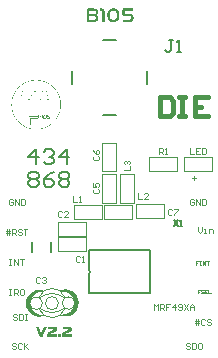
<source format=gto>
%FSLAX44Y44*%
%MOMM*%
G71*
G01*
G75*
G04 Layer_Color=65535*
%ADD10C,0.0586*%
%ADD11R,0.8000X0.9000*%
%ADD12R,0.9000X0.8000*%
%ADD13R,1.2000X2.0000*%
%ADD14R,1.8000X1.3000*%
%ADD15R,0.4500X1.5000*%
%ADD16O,0.4500X1.5000*%
%ADD17C,0.4000*%
%ADD18C,0.2000*%
%ADD19C,0.7000*%
%ADD20C,0.3000*%
%ADD21C,0.5000*%
%ADD22C,0.8000*%
%ADD23R,2.4400X2.4400*%
%ADD24R,2.4400X2.4400*%
%ADD25C,2.3000*%
%ADD26C,1.8000*%
%ADD27C,1.0000*%
%ADD28C,0.4000*%
%ADD29C,0.5000*%
%ADD30C,0.1000*%
%ADD31C,0.1500*%
G36*
X-45614Y216836D02*
Y216762D01*
Y216688D01*
Y216614D01*
Y216540D01*
Y216466D01*
Y216392D01*
Y216318D01*
Y216244D01*
Y216170D01*
Y216096D01*
Y216023D01*
X-45984D01*
Y216096D01*
Y216170D01*
Y216244D01*
Y216318D01*
Y216392D01*
Y216466D01*
Y216540D01*
Y216614D01*
Y216688D01*
Y216762D01*
Y216836D01*
Y216910D01*
X-45614D01*
Y216836D01*
D02*
G37*
G36*
X-46649D02*
Y216762D01*
Y216688D01*
Y216614D01*
Y216540D01*
Y216466D01*
Y216392D01*
Y216318D01*
Y216244D01*
Y216170D01*
Y216096D01*
Y216023D01*
X-47906D01*
Y216096D01*
Y216170D01*
Y216244D01*
Y216318D01*
Y216392D01*
Y216466D01*
Y216540D01*
Y216614D01*
Y216688D01*
Y216762D01*
Y216836D01*
Y216910D01*
X-46649D01*
Y216836D01*
D02*
G37*
G36*
X-50345D02*
Y216762D01*
Y216688D01*
Y216614D01*
Y216540D01*
Y216466D01*
Y216392D01*
Y216318D01*
Y216244D01*
Y216170D01*
Y216096D01*
X-50271D01*
Y216023D01*
X-51601D01*
Y216096D01*
Y216170D01*
Y216244D01*
Y216318D01*
Y216392D01*
Y216466D01*
Y216540D01*
Y216614D01*
Y216688D01*
Y216762D01*
Y216836D01*
Y216910D01*
X-50345D01*
Y216836D01*
D02*
G37*
G36*
X-74072Y220014D02*
Y219940D01*
Y219866D01*
Y219792D01*
Y219718D01*
Y219645D01*
Y219571D01*
Y219497D01*
Y219423D01*
Y219349D01*
Y219275D01*
Y219201D01*
X-74441D01*
Y219275D01*
Y219349D01*
Y219423D01*
Y219497D01*
Y219571D01*
Y219645D01*
Y219718D01*
Y219792D01*
Y219866D01*
Y219940D01*
Y220014D01*
Y220088D01*
X-74072D01*
Y220014D01*
D02*
G37*
G36*
X-75845D02*
X-75919D01*
Y219940D01*
Y219866D01*
Y219792D01*
Y219718D01*
Y219645D01*
Y219571D01*
Y219497D01*
Y219423D01*
Y219349D01*
Y219275D01*
X-75845D01*
Y219201D01*
X-76215D01*
Y219275D01*
Y219349D01*
Y219423D01*
Y219497D01*
Y219571D01*
Y219645D01*
Y219718D01*
Y219792D01*
Y219866D01*
Y219940D01*
Y220014D01*
Y220088D01*
X-75845D01*
Y220014D01*
D02*
G37*
G36*
X-76880D02*
X-76954D01*
Y219940D01*
Y219866D01*
Y219792D01*
Y219718D01*
Y219645D01*
Y219571D01*
Y219497D01*
Y219423D01*
Y219349D01*
Y219275D01*
X-76880D01*
Y219201D01*
X-77250D01*
Y219275D01*
Y219349D01*
Y219423D01*
Y219497D01*
Y219571D01*
Y219645D01*
Y219718D01*
Y219792D01*
Y219866D01*
Y219940D01*
Y220014D01*
Y220088D01*
X-76880D01*
Y220014D01*
D02*
G37*
G36*
X-58919Y216836D02*
Y216762D01*
Y216688D01*
Y216614D01*
Y216540D01*
Y216466D01*
Y216392D01*
Y216318D01*
Y216244D01*
Y216170D01*
Y216096D01*
Y216023D01*
X-59289D01*
Y216096D01*
Y216170D01*
Y216244D01*
Y216318D01*
Y216392D01*
Y216466D01*
Y216540D01*
Y216614D01*
Y216688D01*
Y216762D01*
Y216836D01*
Y216910D01*
X-58919D01*
Y216836D01*
D02*
G37*
G36*
X-61654D02*
Y216762D01*
Y216688D01*
Y216614D01*
Y216540D01*
Y216466D01*
Y216392D01*
Y216318D01*
Y216244D01*
Y216170D01*
Y216096D01*
Y216023D01*
X-62910D01*
Y216096D01*
Y216170D01*
Y216244D01*
Y216318D01*
Y216392D01*
Y216466D01*
Y216540D01*
Y216614D01*
Y216688D01*
Y216762D01*
Y216836D01*
Y216910D01*
X-61654D01*
Y216836D01*
D02*
G37*
G36*
X-65350D02*
Y216762D01*
Y216688D01*
Y216614D01*
Y216540D01*
Y216466D01*
Y216392D01*
Y216318D01*
Y216244D01*
Y216170D01*
Y216096D01*
Y216023D01*
X-65719D01*
Y216096D01*
Y216170D01*
X-65645D01*
Y216244D01*
Y216318D01*
Y216392D01*
Y216466D01*
Y216540D01*
Y216614D01*
Y216688D01*
Y216762D01*
Y216836D01*
X-65719D01*
Y216910D01*
X-65350D01*
Y216836D01*
D02*
G37*
G36*
X-52267D02*
Y216762D01*
Y216688D01*
Y216614D01*
Y216540D01*
Y216466D01*
Y216392D01*
Y216318D01*
Y216244D01*
Y216170D01*
Y216096D01*
Y216023D01*
X-53523D01*
Y216096D01*
Y216170D01*
Y216244D01*
Y216318D01*
Y216392D01*
Y216466D01*
Y216540D01*
Y216614D01*
Y216688D01*
Y216762D01*
Y216836D01*
Y216910D01*
X-52267D01*
Y216836D01*
D02*
G37*
G36*
X-54188D02*
Y216762D01*
Y216688D01*
Y216614D01*
Y216540D01*
Y216466D01*
Y216392D01*
Y216318D01*
Y216244D01*
Y216170D01*
Y216096D01*
Y216023D01*
X-55519D01*
Y216096D01*
Y216170D01*
Y216244D01*
Y216318D01*
Y216392D01*
Y216466D01*
Y216540D01*
Y216614D01*
Y216688D01*
Y216762D01*
Y216836D01*
Y216910D01*
X-54188D01*
Y216836D01*
D02*
G37*
G36*
X-57884D02*
Y216762D01*
Y216688D01*
Y216614D01*
Y216540D01*
Y216466D01*
Y216392D01*
Y216318D01*
Y216244D01*
Y216170D01*
Y216096D01*
Y216023D01*
X-58254D01*
Y216096D01*
Y216170D01*
Y216244D01*
Y216318D01*
Y216392D01*
Y216466D01*
Y216540D01*
Y216614D01*
Y216688D01*
Y216762D01*
Y216836D01*
Y216910D01*
X-57884D01*
Y216836D01*
D02*
G37*
G36*
X-52267Y220014D02*
Y219940D01*
Y219866D01*
Y219792D01*
Y219718D01*
Y219645D01*
Y219571D01*
Y219497D01*
Y219423D01*
Y219349D01*
Y219275D01*
Y219201D01*
X-52636D01*
Y219275D01*
Y219349D01*
Y219423D01*
Y219497D01*
Y219571D01*
Y219645D01*
Y219718D01*
Y219792D01*
Y219866D01*
Y219940D01*
Y220014D01*
Y220088D01*
X-52267D01*
Y220014D01*
D02*
G37*
G36*
X-56480D02*
Y219940D01*
Y219866D01*
Y219792D01*
Y219718D01*
Y219645D01*
Y219571D01*
Y219497D01*
Y219423D01*
Y219349D01*
Y219275D01*
Y219201D01*
X-57736D01*
Y219275D01*
Y219349D01*
Y219423D01*
Y219497D01*
Y219571D01*
Y219645D01*
Y219718D01*
Y219792D01*
Y219866D01*
Y219940D01*
Y220014D01*
Y220088D01*
X-56480D01*
Y220014D01*
D02*
G37*
G36*
X-59215D02*
Y219940D01*
Y219866D01*
Y219792D01*
Y219718D01*
Y219645D01*
Y219571D01*
Y219497D01*
Y219423D01*
Y219349D01*
Y219275D01*
Y219201D01*
X-60471D01*
Y219275D01*
Y219349D01*
Y219423D01*
Y219497D01*
Y219571D01*
Y219645D01*
Y219718D01*
Y219792D01*
Y219866D01*
Y219940D01*
Y220014D01*
Y220088D01*
X-59215D01*
Y220014D01*
D02*
G37*
G36*
X-46575D02*
Y219940D01*
Y219866D01*
Y219792D01*
Y219718D01*
Y219645D01*
Y219571D01*
Y219497D01*
Y219423D01*
Y219349D01*
Y219275D01*
Y219201D01*
X-46945D01*
Y219275D01*
X-46871D01*
Y219349D01*
Y219423D01*
Y219497D01*
Y219571D01*
Y219645D01*
Y219718D01*
Y219792D01*
Y219866D01*
Y219940D01*
Y220014D01*
X-46945D01*
Y220088D01*
X-46575D01*
Y220014D01*
D02*
G37*
G36*
X-47610D02*
Y219940D01*
Y219866D01*
Y219792D01*
Y219718D01*
Y219645D01*
Y219571D01*
Y219497D01*
Y219423D01*
Y219349D01*
Y219275D01*
Y219201D01*
X-48866D01*
Y219275D01*
Y219349D01*
Y219423D01*
Y219497D01*
Y219571D01*
Y219645D01*
Y219718D01*
Y219792D01*
Y219866D01*
Y219940D01*
Y220014D01*
Y220088D01*
X-47610D01*
Y220014D01*
D02*
G37*
G36*
X-50345D02*
Y219940D01*
Y219866D01*
Y219792D01*
Y219718D01*
Y219645D01*
Y219571D01*
Y219497D01*
Y219423D01*
Y219349D01*
Y219275D01*
Y219201D01*
X-51601D01*
Y219275D01*
Y219349D01*
Y219423D01*
Y219497D01*
Y219571D01*
Y219645D01*
Y219718D01*
Y219792D01*
Y219866D01*
Y219940D01*
Y220014D01*
Y220088D01*
X-50345D01*
Y220014D01*
D02*
G37*
G36*
X-66902D02*
Y219940D01*
Y219866D01*
Y219792D01*
Y219718D01*
Y219645D01*
Y219571D01*
Y219497D01*
Y219423D01*
Y219349D01*
Y219275D01*
Y219201D01*
X-68158D01*
Y219275D01*
Y219349D01*
Y219423D01*
Y219497D01*
Y219571D01*
Y219645D01*
Y219718D01*
Y219792D01*
Y219866D01*
Y219940D01*
Y220014D01*
Y220088D01*
X-66902D01*
Y220014D01*
D02*
G37*
G36*
X-72002D02*
Y219940D01*
Y219866D01*
Y219792D01*
Y219718D01*
Y219645D01*
Y219571D01*
Y219497D01*
Y219423D01*
Y219349D01*
Y219275D01*
Y219201D01*
X-72372D01*
Y219275D01*
Y219349D01*
Y219423D01*
Y219497D01*
Y219571D01*
Y219645D01*
Y219718D01*
Y219792D01*
Y219866D01*
Y219940D01*
Y220014D01*
Y220088D01*
X-72002D01*
Y220014D01*
D02*
G37*
G36*
X-73037D02*
Y219940D01*
Y219866D01*
Y219792D01*
Y219718D01*
Y219645D01*
Y219571D01*
Y219497D01*
Y219423D01*
Y219349D01*
Y219275D01*
Y219201D01*
X-73406D01*
Y219275D01*
Y219349D01*
Y219423D01*
Y219497D01*
Y219571D01*
Y219645D01*
Y219718D01*
Y219792D01*
Y219866D01*
Y219940D01*
Y220014D01*
Y220088D01*
X-73037D01*
Y220014D01*
D02*
G37*
G36*
X-61136D02*
Y219940D01*
Y219866D01*
Y219792D01*
Y219718D01*
Y219645D01*
Y219571D01*
Y219497D01*
Y219423D01*
Y219349D01*
Y219275D01*
Y219201D01*
X-62467D01*
Y219275D01*
Y219349D01*
Y219423D01*
Y219497D01*
Y219571D01*
Y219645D01*
Y219718D01*
Y219792D01*
Y219866D01*
Y219940D01*
Y220014D01*
Y220088D01*
X-61136D01*
Y220014D01*
D02*
G37*
G36*
X-63132D02*
Y219940D01*
Y219866D01*
Y219792D01*
Y219718D01*
Y219645D01*
Y219571D01*
Y219497D01*
Y219423D01*
Y219349D01*
Y219275D01*
Y219201D01*
X-64389D01*
Y219275D01*
Y219349D01*
Y219423D01*
Y219497D01*
Y219571D01*
Y219645D01*
Y219718D01*
Y219792D01*
Y219866D01*
Y219940D01*
Y220014D01*
Y220088D01*
X-63132D01*
Y220014D01*
D02*
G37*
G36*
X-65867D02*
Y219940D01*
Y219866D01*
Y219792D01*
Y219718D01*
Y219645D01*
Y219571D01*
Y219497D01*
Y219423D01*
Y219349D01*
Y219275D01*
Y219201D01*
X-66237D01*
Y219275D01*
Y219349D01*
Y219423D01*
Y219497D01*
Y219571D01*
Y219645D01*
Y219718D01*
Y219792D01*
Y219866D01*
Y219940D01*
Y220014D01*
Y220088D01*
X-65867D01*
Y220014D01*
D02*
G37*
G36*
X-66384Y216836D02*
Y216762D01*
Y216688D01*
Y216614D01*
Y216540D01*
Y216466D01*
Y216392D01*
Y216318D01*
Y216244D01*
Y216170D01*
Y216096D01*
Y216023D01*
X-67641D01*
Y216096D01*
Y216170D01*
Y216244D01*
Y216318D01*
Y216392D01*
Y216466D01*
Y216540D01*
Y216614D01*
Y216688D01*
Y216762D01*
Y216836D01*
Y216910D01*
X-66384D01*
Y216836D01*
D02*
G37*
G36*
X-34526Y54989D02*
X-31776Y53850D01*
X-29414Y52038D01*
X-27602Y49676D01*
X-26462Y46926D01*
X-26074Y43974D01*
X-26462Y41023D01*
X-27602Y38272D01*
X-29414Y35910D01*
X-31776Y34098D01*
X-34526Y32959D01*
X-37477Y32571D01*
X-40429Y32959D01*
X-41353Y33342D01*
X-41350Y33344D01*
X-41620Y33379D01*
X-41617Y33395D01*
X-41784Y33464D01*
X-41877Y33689D01*
X-41802Y33870D01*
X-41795Y33865D01*
X-41795Y33865D01*
X-41795Y33865D01*
X-41795Y33865D01*
X-41756Y33960D01*
X-41531Y34053D01*
X-41423Y34008D01*
X-41423Y34008D01*
X-41423Y34007D01*
X-41200Y33915D01*
X-41199Y33917D01*
X-39552Y33700D01*
X-36918Y34047D01*
X-34463Y35064D01*
X-32355Y36681D01*
X-30738Y38789D01*
X-29721Y41244D01*
X-29374Y43878D01*
X-29721Y46512D01*
X-30738Y48967D01*
X-32355Y51075D01*
X-34463Y52692D01*
X-36918Y53709D01*
X-39552Y54056D01*
X-41607Y53786D01*
X-41600Y53753D01*
X-41661Y53728D01*
X-41886Y53822D01*
X-41953Y53983D01*
X-41952Y53982D01*
X-42020Y54144D01*
X-41926Y54369D01*
X-41814Y54415D01*
X-41814Y54415D01*
X-40429Y54989D01*
X-37477Y55378D01*
X-34526Y54989D01*
D02*
G37*
G36*
X19945Y291304D02*
X13332D01*
X13273Y291284D01*
X13195Y291206D01*
X13176Y291167D01*
X13156Y291089D01*
Y289021D01*
Y288982D01*
X13176Y288924D01*
X13254Y288865D01*
X13293Y288826D01*
X16921D01*
X17136Y288806D01*
X17389Y288787D01*
X17702Y288768D01*
X18014Y288709D01*
X18326Y288650D01*
X18618Y288553D01*
X18657Y288533D01*
X18735Y288494D01*
X18892Y288436D01*
X19048Y288358D01*
X19243Y288260D01*
X19438Y288143D01*
X19633Y287987D01*
X19808Y287831D01*
X19828Y287812D01*
X19886Y287753D01*
X19945Y287656D01*
X20042Y287539D01*
X20140Y287383D01*
X20238Y287207D01*
X20315Y286992D01*
X20394Y286778D01*
Y286758D01*
X20413Y286680D01*
X20452Y286544D01*
X20491Y286388D01*
X20511Y286193D01*
X20550Y285978D01*
X20569Y285744D01*
Y285490D01*
Y285451D01*
Y285354D01*
X20550Y285217D01*
Y285022D01*
X20511Y284808D01*
X20472Y284573D01*
X20433Y284320D01*
X20354Y284066D01*
Y284047D01*
X20315Y283949D01*
X20277Y283832D01*
X20199Y283676D01*
X20120Y283501D01*
X20003Y283305D01*
X19867Y283110D01*
X19711Y282935D01*
X19691Y282915D01*
X19633Y282857D01*
X19535Y282779D01*
X19418Y282662D01*
X19243Y282545D01*
X19067Y282428D01*
X18852Y282311D01*
X18599Y282194D01*
X18560Y282174D01*
X18482Y282155D01*
X18326Y282116D01*
X18131Y282077D01*
X17897Y282018D01*
X17604Y281979D01*
X17292Y281959D01*
X16941Y281940D01*
X11225D01*
Y283910D01*
X17136D01*
X17292Y283930D01*
X17467Y283969D01*
X17682Y284008D01*
X17877Y284086D01*
X18053Y284203D01*
X18209Y284339D01*
X18228Y284359D01*
X18267Y284417D01*
X18326Y284515D01*
X18404Y284652D01*
X18462Y284827D01*
X18521Y285022D01*
X18560Y285276D01*
X18579Y285529D01*
Y285568D01*
Y285646D01*
X18560Y285763D01*
X18540Y285919D01*
X18482Y286075D01*
X18423Y286271D01*
X18326Y286446D01*
X18189Y286602D01*
X18170Y286622D01*
X18111Y286661D01*
X18014Y286739D01*
X17877Y286817D01*
X17702Y286895D01*
X17467Y286973D01*
X17175Y287012D01*
X16843Y287031D01*
X12064D01*
X11966Y287051D01*
X11810Y287090D01*
X11635Y287148D01*
X11459Y287265D01*
X11323Y287421D01*
X11206Y287656D01*
X11186Y287792D01*
X11167Y287948D01*
Y292357D01*
Y292376D01*
Y292396D01*
X11186Y292493D01*
X11225Y292649D01*
X11284Y292825D01*
X11401Y292981D01*
X11557Y293137D01*
X11791Y293235D01*
X11947Y293274D01*
X19945D01*
Y291304D01*
D02*
G37*
G36*
X-6214Y293254D02*
X-6019Y293235D01*
X-5805Y293215D01*
X-5590Y293176D01*
X-5395Y293137D01*
X-5375D01*
X-5317Y293118D01*
X-5219Y293079D01*
X-5102Y293020D01*
X-4829Y292883D01*
X-4693Y292786D01*
X-4576Y292669D01*
X-4556Y292649D01*
X-4517Y292610D01*
X-4478Y292532D01*
X-4400Y292435D01*
X-4342Y292318D01*
X-4263Y292181D01*
X-4205Y292006D01*
X-4146Y291830D01*
Y291811D01*
X-4127Y291733D01*
X-4108Y291635D01*
X-4088Y291479D01*
X-4069Y291304D01*
X-4049Y291089D01*
X-4029Y290855D01*
Y290582D01*
Y281940D01*
X-6019D01*
Y290445D01*
Y290465D01*
Y290523D01*
Y290601D01*
X-6039Y290699D01*
X-6097Y290913D01*
X-6156Y291011D01*
X-6214Y291089D01*
Y291108D01*
X-6253Y291128D01*
X-6292Y291167D01*
X-6351Y291206D01*
X-6448Y291245D01*
X-6546Y291264D01*
X-6682Y291304D01*
X-7853D01*
Y293274D01*
X-6390D01*
X-6214Y293254D01*
D02*
G37*
G36*
X-70376Y192961D02*
X-70228D01*
Y192887D01*
X-70006D01*
Y192813D01*
X-69858D01*
Y192739D01*
Y192665D01*
Y192591D01*
Y192518D01*
Y192444D01*
X-70006D01*
Y192518D01*
X-70080D01*
Y192444D01*
X-70154D01*
Y192518D01*
X-70228D01*
Y192591D01*
X-70450D01*
Y192665D01*
X-70524D01*
Y192739D01*
Y192813D01*
Y192887D01*
Y192961D01*
Y193035D01*
X-70376D01*
Y192961D01*
D02*
G37*
G36*
X-42362Y204196D02*
X-42436D01*
Y204122D01*
Y204048D01*
Y203974D01*
X-42510D01*
Y203901D01*
Y203827D01*
Y203753D01*
X-42584D01*
Y203679D01*
X-42657D01*
Y203605D01*
X-42584D01*
Y203531D01*
X-42657D01*
Y203457D01*
X-42731D01*
Y203383D01*
Y203309D01*
Y203235D01*
X-42805D01*
Y203161D01*
Y203087D01*
X-42879D01*
Y203013D01*
Y202940D01*
X-42953D01*
Y202866D01*
Y202792D01*
X-43027D01*
Y202718D01*
Y202644D01*
X-43101D01*
Y202570D01*
Y202496D01*
Y202422D01*
X-43175D01*
Y202348D01*
X-43249D01*
Y202274D01*
Y202201D01*
X-43323D01*
Y202127D01*
Y202053D01*
X-43397D01*
Y201979D01*
Y201905D01*
X-43471D01*
Y201831D01*
Y201757D01*
X-43545D01*
Y201683D01*
X-43618D01*
Y201609D01*
Y201535D01*
Y201461D01*
X-43692D01*
Y201387D01*
X-43766D01*
Y201313D01*
X-43840D01*
Y201240D01*
Y201166D01*
Y201092D01*
X-43914D01*
Y201018D01*
X-43988D01*
Y200944D01*
Y200870D01*
X-44062D01*
Y200796D01*
Y200722D01*
X-44136D01*
Y200648D01*
X-44210D01*
Y200574D01*
X-44284D01*
Y200500D01*
Y200427D01*
Y200353D01*
X-44358D01*
Y200279D01*
X-44432D01*
Y200205D01*
X-44505D01*
Y200131D01*
X-44579D01*
Y200057D01*
X-44505D01*
Y199983D01*
X-44653D01*
Y199909D01*
Y199835D01*
X-44727D01*
Y199761D01*
X-44801D01*
Y199687D01*
X-44875D01*
Y199613D01*
Y199540D01*
X-44949D01*
Y199466D01*
Y199392D01*
X-45023D01*
Y199318D01*
X-45097D01*
Y199244D01*
X-45171D01*
Y199170D01*
X-45245D01*
Y199096D01*
X-45318D01*
Y199022D01*
X-45245D01*
Y198948D01*
X-45392D01*
Y198874D01*
Y198800D01*
X-45466D01*
Y198726D01*
X-45540D01*
Y198652D01*
X-45614D01*
Y198579D01*
X-45688D01*
Y198505D01*
X-45762D01*
Y198431D01*
X-45836D01*
Y198357D01*
X-45910D01*
Y198283D01*
Y198209D01*
X-45984D01*
Y198135D01*
Y198061D01*
X-46132D01*
Y197987D01*
Y197913D01*
X-46206D01*
Y197840D01*
X-46279D01*
Y197766D01*
X-46353D01*
Y197692D01*
X-46427D01*
Y197618D01*
X-46501D01*
Y197544D01*
X-46575D01*
Y197470D01*
X-46649D01*
Y197396D01*
X-46723D01*
Y197322D01*
X-46797D01*
Y197248D01*
X-46871D01*
Y197174D01*
X-46945D01*
Y197100D01*
X-47018D01*
Y197026D01*
X-47092D01*
Y196952D01*
X-47166D01*
Y196879D01*
X-47240D01*
Y196805D01*
X-47314D01*
Y196731D01*
X-47388D01*
Y196657D01*
X-47462D01*
Y196583D01*
X-47536D01*
Y196509D01*
X-47610D01*
Y196435D01*
X-47684D01*
Y196361D01*
X-47758D01*
Y196287D01*
X-47832D01*
Y196213D01*
X-47906D01*
Y196139D01*
X-47979D01*
Y196066D01*
X-48053D01*
Y195992D01*
X-48201D01*
Y195918D01*
X-48275D01*
Y195844D01*
X-48423D01*
Y195770D01*
Y195696D01*
X-48571D01*
Y195622D01*
X-48645D01*
Y195548D01*
X-48719D01*
Y195474D01*
X-48793D01*
Y195400D01*
X-48866D01*
Y195326D01*
X-48940D01*
Y195252D01*
X-49162D01*
Y195179D01*
X-49236D01*
Y195105D01*
X-49310D01*
Y195031D01*
X-49384D01*
Y194957D01*
X-49458D01*
Y194883D01*
X-49532D01*
Y194809D01*
X-49753D01*
Y194735D01*
X-49827D01*
Y194661D01*
X-49901D01*
Y194587D01*
X-49975D01*
Y194513D01*
X-50197D01*
Y194439D01*
X-50271D01*
Y194365D01*
X-50345D01*
Y194291D01*
X-50419D01*
Y194218D01*
X-50567D01*
Y194144D01*
X-50714D01*
Y194070D01*
X-50788D01*
Y193996D01*
X-50862D01*
Y193922D01*
X-51084D01*
Y193848D01*
X-51158D01*
Y193774D01*
X-51232D01*
Y193700D01*
X-51380D01*
Y193626D01*
X-51527D01*
Y193552D01*
X-51601D01*
Y193479D01*
X-51823D01*
Y193405D01*
X-51897D01*
Y193331D01*
X-52119D01*
Y193257D01*
X-52193D01*
Y193183D01*
X-52414D01*
Y193109D01*
X-52488D01*
Y193035D01*
X-52710D01*
Y192961D01*
X-52784D01*
Y192887D01*
X-53006D01*
Y192813D01*
X-53080D01*
Y192739D01*
X-53301D01*
Y192665D01*
X-53375D01*
Y192591D01*
X-53597D01*
Y192518D01*
X-53671D01*
Y192444D01*
X-54040D01*
Y192370D01*
X-54114D01*
Y192296D01*
X-54336D01*
Y192222D01*
X-54410D01*
Y192148D01*
X-54484D01*
Y192222D01*
X-54558D01*
Y192148D01*
X-54780D01*
Y192074D01*
X-54854D01*
Y192000D01*
X-54928D01*
Y192074D01*
X-55001D01*
Y192000D01*
X-55075D01*
Y191926D01*
X-55149D01*
Y192000D01*
X-55223D01*
Y191926D01*
X-55297D01*
Y191852D01*
X-55519D01*
Y191778D01*
X-55593D01*
Y191852D01*
X-55667D01*
Y191778D01*
X-55741D01*
Y191705D01*
X-55814D01*
Y191778D01*
X-55888D01*
Y191705D01*
X-56110D01*
Y191631D01*
X-56184D01*
Y191557D01*
X-56258D01*
Y191631D01*
X-56332D01*
Y191557D01*
X-56701D01*
Y191483D01*
X-56923D01*
Y191409D01*
X-57145D01*
Y191335D01*
X-57219D01*
Y191409D01*
X-57293D01*
Y191335D01*
X-57367D01*
Y191409D01*
X-57441D01*
Y191335D01*
X-57367D01*
Y191261D01*
X-57441D01*
Y191335D01*
X-57515D01*
Y191261D01*
X-57884D01*
Y191187D01*
X-57958D01*
Y191261D01*
X-58032D01*
Y191187D01*
X-58106D01*
Y191113D01*
X-58180D01*
Y191187D01*
X-58254D01*
Y191113D01*
X-58771D01*
Y191039D01*
X-58845D01*
Y191113D01*
X-58919D01*
Y191039D01*
X-59141D01*
Y190965D01*
X-59215D01*
Y191039D01*
X-59289D01*
Y190965D01*
X-59954D01*
Y190891D01*
X-60028D01*
Y190965D01*
X-60102D01*
Y190891D01*
X-60175D01*
Y190965D01*
X-60249D01*
Y190891D01*
X-60471D01*
Y190818D01*
X-60545D01*
Y190891D01*
X-60619D01*
Y190818D01*
X-60693D01*
Y190891D01*
X-60767D01*
Y190818D01*
X-60841D01*
Y190891D01*
X-60915D01*
Y190818D01*
X-60988D01*
Y190891D01*
X-61062D01*
Y190818D01*
X-61136D01*
Y190891D01*
X-61210D01*
Y190818D01*
X-61284D01*
Y190891D01*
X-61358D01*
Y190818D01*
X-61432D01*
Y190891D01*
X-61506D01*
Y190818D01*
X-61728D01*
Y190891D01*
X-61802D01*
Y190818D01*
X-62023D01*
Y190891D01*
X-62097D01*
Y190818D01*
X-62319D01*
Y190891D01*
X-62393D01*
Y190818D01*
X-62467D01*
Y190891D01*
X-62541D01*
Y190818D01*
X-62615D01*
Y190891D01*
X-62689D01*
Y190818D01*
X-62762D01*
Y190891D01*
X-62836D01*
Y190818D01*
X-62910D01*
Y190891D01*
X-62984D01*
Y190818D01*
X-63058D01*
Y190891D01*
X-63132D01*
Y190818D01*
X-63206D01*
Y190891D01*
X-63428D01*
Y190965D01*
X-63502D01*
Y190891D01*
X-63723D01*
Y190965D01*
X-63797D01*
Y190891D01*
X-63871D01*
Y190965D01*
X-64536D01*
Y191039D01*
X-64610D01*
Y190965D01*
X-64684D01*
Y191039D01*
X-64758D01*
Y191113D01*
X-64832D01*
Y191039D01*
X-64758D01*
Y190965D01*
X-64832D01*
Y191039D01*
X-64906D01*
Y191113D01*
X-64980D01*
Y191039D01*
X-65054D01*
Y191113D01*
X-65571D01*
Y191187D01*
X-65793D01*
Y191261D01*
X-65867D01*
Y191187D01*
X-65941D01*
Y191261D01*
X-66310D01*
Y191335D01*
X-66532D01*
Y191409D01*
X-66606D01*
Y191335D01*
X-66680D01*
Y191409D01*
X-66902D01*
Y191483D01*
X-66976D01*
Y191409D01*
X-67050D01*
Y191483D01*
X-67123D01*
Y191557D01*
X-67493D01*
Y191631D01*
X-67715D01*
Y191705D01*
X-67937D01*
Y191778D01*
X-68011D01*
Y191705D01*
X-68084D01*
Y191778D01*
X-68158D01*
Y191852D01*
X-68232D01*
Y191778D01*
X-68306D01*
Y191852D01*
X-68528D01*
Y191926D01*
X-68602D01*
Y192000D01*
X-68676D01*
Y191926D01*
X-68750D01*
Y192000D01*
X-68824D01*
Y192074D01*
X-68898D01*
Y192000D01*
X-68971D01*
Y191926D01*
Y191852D01*
Y191778D01*
Y191705D01*
Y191631D01*
Y191557D01*
Y191483D01*
Y191409D01*
Y191335D01*
X-69045D01*
Y191409D01*
Y191483D01*
Y191557D01*
Y191631D01*
Y191705D01*
Y191778D01*
Y191852D01*
Y191926D01*
Y192000D01*
Y192074D01*
Y192148D01*
Y192222D01*
Y192296D01*
Y192370D01*
Y192444D01*
X-68898D01*
Y192370D01*
X-68676D01*
Y192296D01*
X-68454D01*
Y192222D01*
X-68232D01*
Y192148D01*
X-68011D01*
Y192074D01*
X-67789D01*
Y192000D01*
X-67493D01*
Y191926D01*
X-67271D01*
Y191852D01*
X-66976D01*
Y191778D01*
X-66680D01*
Y191705D01*
X-66310D01*
Y191631D01*
X-66015D01*
Y191557D01*
X-65571D01*
Y191483D01*
X-65202D01*
Y191409D01*
X-64684D01*
Y191335D01*
X-64019D01*
Y191261D01*
X-63132D01*
Y191187D01*
X-60693D01*
Y191261D01*
X-59806D01*
Y191335D01*
X-59141D01*
Y191409D01*
X-58623D01*
Y191483D01*
X-58254D01*
Y191557D01*
X-57810D01*
Y191631D01*
X-57515D01*
Y191705D01*
X-57145D01*
Y191778D01*
X-56849D01*
Y191852D01*
X-56554D01*
Y191926D01*
X-56332D01*
Y192000D01*
X-56036D01*
Y192074D01*
X-55814D01*
Y192148D01*
X-55593D01*
Y192222D01*
X-55371D01*
Y192296D01*
X-55149D01*
Y192370D01*
X-54928D01*
Y192444D01*
X-54706D01*
Y192518D01*
X-54558D01*
Y192591D01*
X-54336D01*
Y192665D01*
X-54188D01*
Y192739D01*
X-53967D01*
Y192813D01*
X-53819D01*
Y192887D01*
X-53597D01*
Y192961D01*
X-53449D01*
Y193035D01*
X-53301D01*
Y193109D01*
X-53154D01*
Y193183D01*
X-53006D01*
Y193257D01*
X-52858D01*
Y193331D01*
X-52710D01*
Y193405D01*
X-52562D01*
Y193479D01*
X-52414D01*
Y193552D01*
X-52267D01*
Y193626D01*
X-52119D01*
Y193700D01*
X-51971D01*
Y193774D01*
X-51823D01*
Y193848D01*
X-51749D01*
Y193922D01*
X-51601D01*
Y193996D01*
X-51453D01*
Y194070D01*
X-51306D01*
Y194144D01*
X-51232D01*
Y194218D01*
X-51084D01*
Y194291D01*
X-51010D01*
Y194365D01*
X-50862D01*
Y194439D01*
X-50714D01*
Y194513D01*
X-50640D01*
Y194587D01*
X-50493D01*
Y194661D01*
X-50419D01*
Y194735D01*
X-50271D01*
Y194809D01*
X-50197D01*
Y194883D01*
X-50123D01*
Y194957D01*
X-49975D01*
Y195031D01*
X-49901D01*
Y195105D01*
X-49753D01*
Y195179D01*
X-49679D01*
Y195252D01*
X-49606D01*
Y195326D01*
X-49458D01*
Y195400D01*
X-49384D01*
Y195474D01*
X-49310D01*
Y195548D01*
X-49162D01*
Y195622D01*
X-49088D01*
Y195696D01*
X-49014D01*
Y195770D01*
X-48940D01*
Y195844D01*
X-48793D01*
Y195918D01*
X-48719D01*
Y195992D01*
X-48645D01*
Y196066D01*
X-48571D01*
Y196139D01*
X-48497D01*
Y196213D01*
X-48423D01*
Y196287D01*
X-48275D01*
Y196361D01*
X-48201D01*
Y196435D01*
X-48127D01*
Y196509D01*
X-48053D01*
Y196583D01*
X-47979D01*
Y196657D01*
X-47906D01*
Y196731D01*
X-47832D01*
Y196805D01*
X-47758D01*
Y196879D01*
X-47684D01*
Y196952D01*
X-47610D01*
Y197026D01*
X-47536D01*
Y197100D01*
X-47462D01*
Y197174D01*
X-47388D01*
Y197248D01*
X-47314D01*
Y197322D01*
X-47240D01*
Y197396D01*
X-47166D01*
Y197470D01*
X-47092D01*
Y197544D01*
X-47018D01*
Y197618D01*
X-46945D01*
Y197692D01*
X-46871D01*
Y197766D01*
X-46797D01*
Y197840D01*
X-46723D01*
Y197913D01*
X-46649D01*
Y197987D01*
X-46206D01*
Y198061D01*
Y198135D01*
Y198209D01*
Y198283D01*
Y198357D01*
Y198431D01*
Y198505D01*
X-46132D01*
Y198579D01*
X-46058D01*
Y198652D01*
X-45984D01*
Y198726D01*
Y198800D01*
X-45910D01*
Y198874D01*
X-45836D01*
Y198948D01*
X-45762D01*
Y199022D01*
X-45688D01*
Y199096D01*
Y199170D01*
X-45614D01*
Y199244D01*
X-45540D01*
Y199318D01*
X-45466D01*
Y199392D01*
X-45392D01*
Y199466D01*
Y199540D01*
X-45318D01*
Y199613D01*
X-45245D01*
Y199687D01*
Y199761D01*
X-45171D01*
Y199835D01*
X-45097D01*
Y199909D01*
X-45023D01*
Y199983D01*
Y200057D01*
X-44949D01*
Y200131D01*
X-44875D01*
Y200205D01*
Y200279D01*
X-44801D01*
Y200353D01*
X-44727D01*
Y200427D01*
Y200500D01*
X-44653D01*
Y200574D01*
X-44579D01*
Y200648D01*
Y200722D01*
X-44505D01*
Y200796D01*
X-44432D01*
Y200870D01*
Y200944D01*
X-44358D01*
Y201018D01*
Y201092D01*
X-44284D01*
Y201166D01*
X-44210D01*
Y201240D01*
Y201313D01*
X-44136D01*
Y201387D01*
Y201461D01*
X-44062D01*
Y201535D01*
X-43988D01*
Y201609D01*
Y201683D01*
X-43914D01*
Y201757D01*
Y201831D01*
X-43840D01*
Y201905D01*
Y201979D01*
X-43766D01*
Y202053D01*
Y202127D01*
X-43692D01*
Y202201D01*
X-43618D01*
Y202274D01*
Y202348D01*
X-43545D01*
Y202422D01*
Y202496D01*
X-43471D01*
Y202570D01*
Y202644D01*
X-43397D01*
Y202718D01*
Y202792D01*
X-43323D01*
Y202866D01*
Y202940D01*
Y203013D01*
X-43249D01*
Y203087D01*
Y203161D01*
X-43175D01*
Y203235D01*
Y203309D01*
X-43101D01*
Y203383D01*
Y203457D01*
X-43027D01*
Y203531D01*
Y203605D01*
X-42953D01*
Y203679D01*
Y203753D01*
Y203827D01*
X-42879D01*
Y203901D01*
Y203974D01*
X-42805D01*
Y204048D01*
Y204122D01*
X-42731D01*
Y204196D01*
Y204270D01*
X-42362D01*
Y204196D01*
D02*
G37*
G36*
X-56164Y54620D02*
X-55756Y54451D01*
X-55771Y54405D01*
X-55770Y54406D01*
X-55658Y54359D01*
X-55667Y54349D01*
X-55668Y54349D01*
X-55668Y54348D01*
X-55667Y54349D01*
X-55529Y54331D01*
X-55528Y54341D01*
X-55343Y54264D01*
X-55249Y54039D01*
X-55343Y53815D01*
X-55567Y53721D01*
X-55607Y53738D01*
X-55606Y53748D01*
X-56922Y53921D01*
X-59557Y53575D01*
X-62012Y52558D01*
X-64120Y50940D01*
X-65737Y48832D01*
X-66754Y46378D01*
X-67101Y43743D01*
X-66754Y41109D01*
X-65737Y38654D01*
X-64120Y36546D01*
X-62012Y34929D01*
X-59557Y33912D01*
X-56922Y33565D01*
X-55269Y33783D01*
X-55271Y33796D01*
X-55221Y33817D01*
X-54997Y33724D01*
X-54991Y33710D01*
X-54994Y33711D01*
X-54996Y33711D01*
X-54985Y33696D01*
X-54991Y33710D01*
X-54769Y33618D01*
X-54676Y33393D01*
X-54769Y33168D01*
X-54884Y33121D01*
X-54884Y33120D01*
X-56164Y32590D01*
X-59116Y32201D01*
X-62067Y32590D01*
X-64818Y33729D01*
X-67179Y35541D01*
X-68992Y37903D01*
X-70131Y40654D01*
X-70520Y43605D01*
X-70131Y46556D01*
X-68992Y49307D01*
X-67179Y51669D01*
X-64818Y53481D01*
X-62067Y54620D01*
X-59116Y55009D01*
X-56164Y54620D01*
D02*
G37*
G36*
X-33686Y23901D02*
X-33584D01*
X-33481Y23887D01*
X-33218Y23843D01*
X-32940Y23770D01*
X-32647Y23653D01*
X-32369Y23506D01*
X-32135Y23301D01*
X-32106Y23272D01*
X-32048Y23199D01*
X-31945Y23053D01*
X-31843Y22877D01*
X-31740Y22643D01*
X-31638Y22365D01*
X-31579Y22058D01*
X-31550Y21692D01*
Y21677D01*
Y21663D01*
Y21619D01*
Y21560D01*
X-31565Y21414D01*
X-31594Y21224D01*
Y21209D01*
Y21180D01*
X-31609Y21121D01*
X-31623Y21048D01*
X-31682Y20858D01*
X-31769Y20639D01*
Y20624D01*
X-31799Y20580D01*
X-31828Y20522D01*
X-31887Y20448D01*
X-31945Y20361D01*
X-32018Y20244D01*
X-32121Y20141D01*
X-32223Y20024D01*
X-32238Y20010D01*
X-32282Y19980D01*
X-32355Y19922D01*
X-32443Y19849D01*
X-32559Y19761D01*
X-32706Y19673D01*
X-32867Y19585D01*
X-33057Y19497D01*
X-37344Y17639D01*
X-37373Y17625D01*
X-37431Y17581D01*
X-37490Y17537D01*
X-37519Y17478D01*
X-31726D01*
Y15240D01*
X-39772D01*
Y17464D01*
Y17478D01*
Y17508D01*
Y17552D01*
X-39758Y17625D01*
X-39743Y17800D01*
X-39714Y18005D01*
Y18020D01*
X-39699Y18049D01*
X-39685Y18108D01*
X-39670Y18195D01*
X-39597Y18371D01*
X-39494Y18590D01*
X-39480Y18605D01*
X-39465Y18634D01*
X-39421Y18693D01*
X-39363Y18766D01*
X-39216Y18956D01*
X-39026Y19161D01*
X-39012Y19176D01*
X-38968Y19205D01*
X-38909Y19263D01*
X-38821Y19322D01*
X-38704Y19395D01*
X-38573Y19483D01*
X-38426Y19571D01*
X-38251Y19644D01*
X-33949Y21516D01*
X-33935D01*
X-33876Y21546D01*
X-33832Y21575D01*
X-33818Y21619D01*
Y21634D01*
X-33832Y21648D01*
X-33876Y21663D01*
X-33949Y21677D01*
X-39480D01*
Y23916D01*
X-33759D01*
X-33686Y23901D01*
D02*
G37*
G36*
X-40811Y15240D02*
X-43137D01*
Y17493D01*
X-40811D01*
Y15240D01*
D02*
G37*
G36*
X-46283Y23901D02*
X-46181D01*
X-46078Y23887D01*
X-45815Y23843D01*
X-45537Y23770D01*
X-45244Y23653D01*
X-44966Y23506D01*
X-44732Y23301D01*
X-44703Y23272D01*
X-44644Y23199D01*
X-44542Y23053D01*
X-44439Y22877D01*
X-44337Y22643D01*
X-44235Y22365D01*
X-44176Y22058D01*
X-44147Y21692D01*
Y21677D01*
Y21663D01*
Y21619D01*
Y21560D01*
X-44162Y21414D01*
X-44191Y21224D01*
Y21209D01*
Y21180D01*
X-44205Y21121D01*
X-44220Y21048D01*
X-44278Y20858D01*
X-44366Y20639D01*
Y20624D01*
X-44395Y20580D01*
X-44425Y20522D01*
X-44483Y20448D01*
X-44542Y20361D01*
X-44615Y20244D01*
X-44717Y20141D01*
X-44820Y20024D01*
X-44834Y20010D01*
X-44878Y19980D01*
X-44952Y19922D01*
X-45039Y19849D01*
X-45156Y19761D01*
X-45303Y19673D01*
X-45464Y19585D01*
X-45654Y19497D01*
X-49941Y17639D01*
X-49970Y17625D01*
X-50028Y17581D01*
X-50087Y17537D01*
X-50116Y17478D01*
X-44322D01*
Y15240D01*
X-52369D01*
Y17464D01*
Y17478D01*
Y17508D01*
Y17552D01*
X-52354Y17625D01*
X-52340Y17800D01*
X-52311Y18005D01*
Y18020D01*
X-52296Y18049D01*
X-52281Y18108D01*
X-52267Y18195D01*
X-52193Y18371D01*
X-52091Y18590D01*
X-52077Y18605D01*
X-52062Y18634D01*
X-52018Y18693D01*
X-51960Y18766D01*
X-51813Y18956D01*
X-51623Y19161D01*
X-51608Y19176D01*
X-51564Y19205D01*
X-51506Y19263D01*
X-51418Y19322D01*
X-51301Y19395D01*
X-51169Y19483D01*
X-51023Y19571D01*
X-50848Y19644D01*
X-46546Y21516D01*
X-46532D01*
X-46473Y21546D01*
X-46429Y21575D01*
X-46414Y21619D01*
Y21634D01*
X-46429Y21648D01*
X-46473Y21663D01*
X-46546Y21677D01*
X-52077D01*
Y23916D01*
X-46356D01*
X-46283Y23901D01*
D02*
G37*
G36*
X-12788Y293254D02*
X-12535D01*
X-12281Y293215D01*
X-11988Y293176D01*
X-11696Y293118D01*
X-11423Y293040D01*
X-11384D01*
X-11306Y293001D01*
X-11169Y292942D01*
X-10993Y292883D01*
X-10818Y292786D01*
X-10623Y292689D01*
X-10408Y292552D01*
X-10233Y292415D01*
X-10213Y292396D01*
X-10155Y292337D01*
X-10077Y292259D01*
X-9979Y292142D01*
X-9862Y291986D01*
X-9745Y291830D01*
X-9647Y291635D01*
X-9550Y291420D01*
X-9531Y291401D01*
X-9511Y291323D01*
X-9472Y291206D01*
X-9433Y291050D01*
X-9394Y290874D01*
X-9374Y290660D01*
X-9335Y290426D01*
Y290172D01*
Y290152D01*
Y290133D01*
Y290016D01*
X-9355Y289821D01*
X-9394Y289606D01*
X-9433Y289353D01*
X-9511Y289080D01*
X-9609Y288806D01*
X-9745Y288572D01*
X-9765Y288553D01*
X-9823Y288475D01*
X-9921Y288358D01*
X-10057Y288241D01*
X-10213Y288085D01*
X-10428Y287929D01*
X-10681Y287792D01*
X-10955Y287656D01*
X-10915Y287636D01*
X-10818Y287597D01*
X-10681Y287519D01*
X-10506Y287402D01*
X-10311Y287265D01*
X-10096Y287090D01*
X-9901Y286895D01*
X-9726Y286680D01*
X-9706Y286661D01*
X-9647Y286563D01*
X-9589Y286427D01*
X-9492Y286251D01*
X-9413Y286017D01*
X-9355Y285744D01*
X-9296Y285412D01*
X-9277Y285061D01*
Y285022D01*
Y284944D01*
X-9296Y284808D01*
Y284632D01*
X-9335Y284437D01*
X-9374Y284222D01*
X-9433Y284008D01*
X-9511Y283793D01*
Y283774D01*
X-9550Y283696D01*
X-9609Y283598D01*
X-9667Y283462D01*
X-9765Y283305D01*
X-9882Y283149D01*
X-10038Y282974D01*
X-10194Y282818D01*
X-10213Y282798D01*
X-10272Y282759D01*
X-10369Y282681D01*
X-10506Y282584D01*
X-10681Y282486D01*
X-10876Y282369D01*
X-11111Y282272D01*
X-11364Y282174D01*
X-11403D01*
X-11481Y282135D01*
X-11637Y282096D01*
X-11832Y282057D01*
X-12086Y282018D01*
X-12378Y281979D01*
X-12710Y281959D01*
X-13081Y281940D01*
X-18172D01*
X-18270Y281959D01*
X-18426Y281999D01*
X-18601Y282057D01*
X-18777Y282174D01*
X-18913Y282330D01*
X-19030Y282564D01*
X-19050Y282701D01*
X-19069Y282857D01*
Y292357D01*
Y292376D01*
Y292396D01*
X-19050Y292493D01*
X-19011Y292649D01*
X-18952Y292825D01*
X-18835Y292981D01*
X-18679Y293137D01*
X-18445Y293235D01*
X-18289Y293274D01*
X-12964D01*
X-12788Y293254D01*
D02*
G37*
G36*
X3812Y293430D02*
X4027Y293410D01*
X4261Y293371D01*
X4515Y293332D01*
X4807Y293254D01*
X5100Y293176D01*
X5412Y293079D01*
X5724Y292962D01*
X6036Y292825D01*
X6348Y292649D01*
X6641Y292435D01*
X6934Y292220D01*
X7187Y291947D01*
X7207Y291928D01*
X7246Y291869D01*
X7304Y291791D01*
X7402Y291674D01*
X7499Y291518D01*
X7616Y291323D01*
X7733Y291108D01*
X7850Y290855D01*
X7968Y290562D01*
X8104Y290231D01*
X8202Y289879D01*
X8299Y289489D01*
X8397Y289060D01*
X8455Y288612D01*
X8494Y288124D01*
X8514Y287597D01*
Y287558D01*
Y287480D01*
Y287324D01*
X8494Y287129D01*
X8475Y286895D01*
X8436Y286622D01*
X8397Y286310D01*
X8358Y285978D01*
X8202Y285276D01*
X8084Y284905D01*
X7968Y284554D01*
X7811Y284203D01*
X7636Y283852D01*
X7441Y283540D01*
X7207Y283247D01*
X7187Y283228D01*
X7148Y283188D01*
X7070Y283110D01*
X6973Y283013D01*
X6836Y282915D01*
X6661Y282779D01*
X6465Y282662D01*
X6251Y282525D01*
X5997Y282389D01*
X5705Y282252D01*
X5393Y282116D01*
X5061Y282018D01*
X4690Y281921D01*
X4281Y281842D01*
X3851Y281803D01*
X3403Y281784D01*
X3286D01*
X3169Y281803D01*
X2993D01*
X2779Y281823D01*
X2544Y281862D01*
X2271Y281901D01*
X1979Y281959D01*
X1686Y282038D01*
X1355Y282135D01*
X1042Y282252D01*
X730Y282408D01*
X418Y282564D01*
X126Y282759D01*
X-167Y282993D01*
X-421Y283247D01*
X-440Y283267D01*
X-479Y283325D01*
X-538Y283403D01*
X-616Y283520D01*
X-733Y283676D01*
X-830Y283871D01*
X-947Y284086D01*
X-1064Y284339D01*
X-1201Y284632D01*
X-1318Y284964D01*
X-1416Y285315D01*
X-1513Y285705D01*
X-1611Y286134D01*
X-1669Y286583D01*
X-1708Y287070D01*
X-1728Y287597D01*
Y287636D01*
Y287714D01*
Y287870D01*
X-1708Y288065D01*
X-1689Y288299D01*
X-1650Y288592D01*
X-1611Y288885D01*
X-1572Y289216D01*
X-1416Y289918D01*
X-1298Y290289D01*
X-1181Y290640D01*
X-1025Y290991D01*
X-850Y291343D01*
X-655Y291655D01*
X-421Y291947D01*
X-401Y291967D01*
X-362Y292006D01*
X-284Y292084D01*
X-167Y292181D01*
X-30Y292298D01*
X126Y292415D01*
X321Y292552D01*
X555Y292708D01*
X808Y292845D01*
X1101Y292981D01*
X1413Y293098D01*
X1745Y293215D01*
X2115Y293313D01*
X2525Y293391D01*
X2954Y293430D01*
X3403Y293449D01*
X3637D01*
X3812Y293430D01*
D02*
G37*
G36*
X-55749Y16454D02*
X-55763Y16425D01*
X-55793Y16352D01*
X-55851Y16220D01*
X-55939Y16074D01*
X-56041Y15913D01*
X-56173Y15752D01*
X-56319Y15606D01*
X-56495Y15474D01*
X-56524Y15460D01*
X-56583Y15430D01*
X-56685Y15386D01*
X-56831Y15328D01*
X-56992Y15269D01*
X-57197Y15225D01*
X-57417Y15196D01*
X-57665Y15181D01*
X-57782D01*
X-57914Y15196D01*
X-58075Y15211D01*
X-58265Y15255D01*
X-58470Y15299D01*
X-58675Y15386D01*
X-58880Y15489D01*
X-58894Y15503D01*
X-58967Y15547D01*
X-59055Y15620D01*
X-59158Y15737D01*
X-59275Y15869D01*
X-59392Y16030D01*
X-59509Y16235D01*
X-59597Y16454D01*
X-62230Y23916D01*
X-59860D01*
X-57680Y17639D01*
X-55485Y23916D01*
X-53101D01*
X-55749Y16454D01*
D02*
G37*
G36*
X-74959Y216836D02*
Y216762D01*
Y216688D01*
Y216614D01*
Y216540D01*
Y216466D01*
Y216392D01*
Y216318D01*
Y216244D01*
Y216170D01*
Y216096D01*
Y216023D01*
X-76215D01*
Y216096D01*
Y216170D01*
Y216244D01*
Y216318D01*
Y216392D01*
Y216466D01*
Y216540D01*
Y216614D01*
Y216688D01*
Y216762D01*
Y216836D01*
Y216910D01*
X-74959D01*
Y216836D01*
D02*
G37*
G36*
X-76954D02*
Y216762D01*
Y216688D01*
Y216614D01*
Y216540D01*
Y216466D01*
Y216392D01*
Y216318D01*
Y216244D01*
Y216170D01*
Y216096D01*
X-76880D01*
Y216023D01*
X-78211D01*
Y216096D01*
Y216170D01*
Y216244D01*
Y216318D01*
Y216392D01*
Y216466D01*
Y216540D01*
Y216614D01*
Y216688D01*
Y216762D01*
Y216836D01*
Y216910D01*
X-76954D01*
Y216836D01*
D02*
G37*
G36*
X-57958Y201831D02*
Y201757D01*
Y201683D01*
X-58032D01*
Y201609D01*
Y201535D01*
Y201461D01*
Y201387D01*
Y201313D01*
Y201240D01*
X-58106D01*
Y201166D01*
X-59215D01*
Y201240D01*
X-59141D01*
Y201313D01*
Y201387D01*
Y201461D01*
Y201535D01*
Y201609D01*
Y201683D01*
Y201757D01*
X-59067D01*
Y201831D01*
Y201905D01*
X-57958D01*
Y201831D01*
D02*
G37*
G36*
X-68306Y216836D02*
Y216762D01*
Y216688D01*
Y216614D01*
Y216540D01*
Y216466D01*
Y216392D01*
Y216318D01*
Y216244D01*
Y216170D01*
Y216096D01*
Y216023D01*
X-69563D01*
Y216096D01*
Y216170D01*
Y216244D01*
Y216318D01*
Y216392D01*
Y216466D01*
Y216540D01*
Y216614D01*
Y216688D01*
Y216762D01*
Y216836D01*
Y216910D01*
X-68306D01*
Y216836D01*
D02*
G37*
G36*
X-70302D02*
Y216762D01*
Y216688D01*
Y216614D01*
Y216540D01*
Y216466D01*
Y216392D01*
Y216318D01*
Y216244D01*
Y216170D01*
Y216096D01*
X-70228D01*
Y216023D01*
X-70598D01*
Y216096D01*
Y216170D01*
Y216244D01*
Y216318D01*
Y216392D01*
Y216466D01*
Y216540D01*
Y216614D01*
Y216688D01*
Y216762D01*
Y216836D01*
Y216910D01*
X-70302D01*
Y216836D01*
D02*
G37*
G36*
X-73037D02*
Y216762D01*
Y216688D01*
Y216614D01*
Y216540D01*
Y216466D01*
Y216392D01*
Y216318D01*
Y216244D01*
Y216170D01*
Y216096D01*
Y216023D01*
X-74293D01*
Y216096D01*
Y216170D01*
Y216244D01*
Y216318D01*
Y216392D01*
Y216466D01*
Y216540D01*
Y216614D01*
Y216688D01*
Y216762D01*
Y216836D01*
Y216910D01*
X-73037D01*
Y216836D01*
D02*
G37*
G36*
X-78063Y198948D02*
X-77989D01*
Y198874D01*
X-77915D01*
Y198800D01*
X-78137D01*
Y198874D01*
Y198948D01*
Y199022D01*
X-78063D01*
Y198948D01*
D02*
G37*
G36*
X-67567Y211292D02*
Y211218D01*
Y211144D01*
Y211070D01*
Y210996D01*
Y210923D01*
Y210849D01*
Y210775D01*
Y210701D01*
Y210627D01*
Y210553D01*
Y210479D01*
Y210405D01*
Y210331D01*
Y210257D01*
Y210183D01*
Y210109D01*
Y210035D01*
Y209962D01*
Y209888D01*
Y209814D01*
Y209740D01*
Y209666D01*
Y209592D01*
Y209518D01*
Y209444D01*
Y209370D01*
Y209296D01*
Y209222D01*
Y209149D01*
Y209075D01*
Y209001D01*
Y208927D01*
Y208853D01*
Y208779D01*
Y208705D01*
Y208631D01*
Y208557D01*
Y208483D01*
Y208409D01*
Y208335D01*
Y208262D01*
Y208188D01*
Y208114D01*
Y208040D01*
Y207966D01*
Y207892D01*
Y207818D01*
Y207744D01*
Y207670D01*
Y207596D01*
Y207522D01*
Y207448D01*
Y207374D01*
Y207301D01*
Y207227D01*
Y207153D01*
Y207079D01*
Y207005D01*
Y206931D01*
Y206857D01*
Y206783D01*
Y206709D01*
Y206635D01*
Y206562D01*
Y206488D01*
Y206414D01*
Y206340D01*
Y206266D01*
Y206192D01*
Y206118D01*
Y206044D01*
Y205970D01*
Y205896D01*
Y205822D01*
Y205748D01*
Y205674D01*
Y205601D01*
Y205527D01*
Y205453D01*
Y205379D01*
Y205305D01*
Y205231D01*
Y205157D01*
Y205083D01*
Y205009D01*
Y204935D01*
Y204861D01*
Y204788D01*
Y204714D01*
Y204640D01*
Y204566D01*
Y204492D01*
Y204418D01*
Y204344D01*
Y204270D01*
Y204196D01*
Y204122D01*
Y204048D01*
Y203974D01*
Y203901D01*
Y203827D01*
Y203753D01*
Y203679D01*
Y203605D01*
Y203531D01*
Y203457D01*
X-60175D01*
Y203383D01*
X-60028D01*
Y203309D01*
X-59880D01*
Y203235D01*
X-59806D01*
Y203161D01*
X-59732D01*
Y203087D01*
X-59658D01*
Y203013D01*
X-59584D01*
Y202940D01*
Y202866D01*
X-59510D01*
Y202792D01*
Y202718D01*
Y202644D01*
Y202570D01*
Y202496D01*
Y202422D01*
Y202348D01*
Y202274D01*
Y202201D01*
Y202127D01*
Y202053D01*
X-59584D01*
Y201979D01*
Y201905D01*
X-59658D01*
Y201831D01*
Y201757D01*
X-59732D01*
Y201683D01*
Y201609D01*
X-59806D01*
Y201535D01*
X-59880D01*
Y201461D01*
Y201387D01*
X-59806D01*
Y201313D01*
Y201240D01*
Y201166D01*
X-59732D01*
Y201092D01*
Y201018D01*
Y200944D01*
Y200870D01*
Y200796D01*
Y200722D01*
Y200648D01*
Y200574D01*
X-59806D01*
Y200500D01*
Y200427D01*
Y200353D01*
X-59880D01*
Y200279D01*
Y200205D01*
X-59954D01*
Y200131D01*
Y200057D01*
X-60028D01*
Y199983D01*
X-60102D01*
Y199909D01*
X-60175D01*
Y199835D01*
X-60249D01*
Y199761D01*
X-60397D01*
Y199687D01*
X-60619D01*
Y199613D01*
X-66015D01*
Y199540D01*
Y199466D01*
Y199392D01*
Y199318D01*
Y199244D01*
Y199170D01*
Y199096D01*
Y199022D01*
Y198948D01*
Y198874D01*
Y198800D01*
Y198726D01*
Y198652D01*
Y198579D01*
Y198505D01*
Y198431D01*
Y198357D01*
Y198283D01*
Y198209D01*
Y198135D01*
Y198061D01*
Y197987D01*
Y197913D01*
Y197840D01*
Y197766D01*
Y197692D01*
Y197618D01*
Y197544D01*
Y197470D01*
Y197396D01*
Y197322D01*
Y197248D01*
Y197174D01*
Y197100D01*
Y197026D01*
Y196952D01*
Y196879D01*
Y196805D01*
Y196731D01*
Y196657D01*
Y196583D01*
Y196509D01*
Y196435D01*
Y196361D01*
Y196287D01*
Y196213D01*
Y196139D01*
Y196066D01*
Y195992D01*
Y195918D01*
Y195844D01*
Y195770D01*
Y195696D01*
Y195622D01*
Y195548D01*
Y195474D01*
Y195400D01*
Y195326D01*
Y195252D01*
Y195179D01*
Y195105D01*
Y195031D01*
Y194957D01*
Y194883D01*
Y194809D01*
Y194735D01*
Y194661D01*
Y194587D01*
Y194513D01*
Y194439D01*
X-66754D01*
Y194513D01*
Y194587D01*
Y194661D01*
Y194735D01*
Y194809D01*
Y194883D01*
Y194957D01*
Y195031D01*
Y195105D01*
Y195179D01*
Y195252D01*
Y195326D01*
Y195400D01*
Y195474D01*
Y195548D01*
Y195622D01*
Y195696D01*
Y195770D01*
Y195844D01*
Y195918D01*
Y195992D01*
Y196066D01*
Y196139D01*
Y196213D01*
Y196287D01*
Y196361D01*
Y196435D01*
Y196509D01*
Y196583D01*
Y196657D01*
Y196731D01*
Y196805D01*
Y196879D01*
Y196952D01*
Y197026D01*
Y197100D01*
Y197174D01*
Y197248D01*
Y197322D01*
Y197396D01*
Y197470D01*
Y197544D01*
Y197618D01*
Y197692D01*
Y197766D01*
Y197840D01*
Y197913D01*
Y197987D01*
Y198061D01*
Y198135D01*
Y198209D01*
Y198283D01*
Y198357D01*
Y198431D01*
Y198505D01*
Y198579D01*
Y198652D01*
Y198726D01*
Y198800D01*
Y198874D01*
Y198948D01*
Y199022D01*
Y199096D01*
Y199170D01*
Y199244D01*
Y199318D01*
Y199392D01*
Y199466D01*
Y199540D01*
Y199613D01*
Y199687D01*
Y199761D01*
Y199835D01*
Y199909D01*
Y199983D01*
Y200057D01*
Y200131D01*
Y200205D01*
Y200279D01*
Y200353D01*
X-60619D01*
Y200427D01*
X-60545D01*
Y200500D01*
Y200574D01*
X-60471D01*
Y200648D01*
Y200722D01*
Y200796D01*
X-60397D01*
Y200870D01*
Y200944D01*
Y201018D01*
X-60471D01*
Y201092D01*
X-60545D01*
Y201166D01*
X-67567D01*
Y201092D01*
Y201018D01*
Y200944D01*
Y200870D01*
Y200796D01*
Y200722D01*
Y200648D01*
Y200574D01*
Y200500D01*
Y200427D01*
Y200353D01*
Y200279D01*
Y200205D01*
Y200131D01*
Y200057D01*
Y199983D01*
Y199909D01*
Y199835D01*
Y199761D01*
Y199687D01*
Y199613D01*
Y199540D01*
Y199466D01*
Y199392D01*
Y199318D01*
Y199244D01*
Y199170D01*
Y199096D01*
Y199022D01*
Y198948D01*
Y198874D01*
Y198800D01*
Y198726D01*
Y198652D01*
Y198579D01*
Y198505D01*
Y198431D01*
Y198357D01*
Y198283D01*
Y198209D01*
Y198135D01*
Y198061D01*
Y197987D01*
Y197913D01*
Y197840D01*
Y197766D01*
Y197692D01*
Y197618D01*
Y197544D01*
Y197470D01*
Y197396D01*
Y197322D01*
Y197248D01*
Y197174D01*
Y197100D01*
Y197026D01*
Y196952D01*
Y196879D01*
Y196805D01*
Y196731D01*
Y196657D01*
Y196583D01*
Y196509D01*
Y196435D01*
Y196361D01*
Y196287D01*
Y196213D01*
Y196139D01*
Y196066D01*
Y195992D01*
Y195918D01*
Y195844D01*
Y195770D01*
Y195696D01*
Y195622D01*
Y195548D01*
Y195474D01*
Y195400D01*
Y195326D01*
Y195252D01*
Y195179D01*
Y195105D01*
Y195031D01*
Y194957D01*
Y194883D01*
Y194809D01*
Y194735D01*
Y194661D01*
Y194587D01*
Y194513D01*
Y194439D01*
Y194365D01*
Y194291D01*
Y194218D01*
Y194144D01*
Y194070D01*
Y193996D01*
Y193922D01*
Y193848D01*
Y193774D01*
Y193700D01*
Y193626D01*
Y193552D01*
Y193479D01*
Y193405D01*
Y193331D01*
Y193257D01*
Y193183D01*
Y193109D01*
Y193035D01*
Y192961D01*
Y192887D01*
X-68232D01*
Y192961D01*
Y193035D01*
Y193109D01*
Y193183D01*
Y193257D01*
Y193331D01*
Y193405D01*
Y193479D01*
Y193552D01*
Y193626D01*
Y193700D01*
Y193774D01*
Y193848D01*
Y193922D01*
Y193996D01*
Y194070D01*
Y194144D01*
Y194218D01*
Y194291D01*
Y194365D01*
Y194439D01*
Y194513D01*
Y194587D01*
Y194661D01*
Y194735D01*
Y194809D01*
Y194883D01*
Y194957D01*
Y195031D01*
Y195105D01*
Y195179D01*
Y195252D01*
Y195326D01*
Y195400D01*
Y195474D01*
Y195548D01*
Y195622D01*
Y195696D01*
Y195770D01*
Y195844D01*
Y195918D01*
Y195992D01*
Y196066D01*
Y196139D01*
Y196213D01*
Y196287D01*
Y196361D01*
Y196435D01*
Y196509D01*
Y196583D01*
Y196657D01*
Y196731D01*
Y196805D01*
Y196879D01*
Y196952D01*
Y197026D01*
Y197100D01*
Y197174D01*
Y197248D01*
Y197322D01*
Y197396D01*
Y197470D01*
Y197544D01*
Y197618D01*
Y197692D01*
Y197766D01*
Y197840D01*
Y197913D01*
Y197987D01*
Y198061D01*
Y198135D01*
Y198209D01*
Y198283D01*
Y198357D01*
Y198431D01*
Y198505D01*
Y198579D01*
Y198652D01*
Y198726D01*
Y198800D01*
Y198874D01*
Y198948D01*
Y199022D01*
Y199096D01*
Y199170D01*
Y199244D01*
Y199318D01*
Y199392D01*
Y199466D01*
Y199540D01*
Y199613D01*
Y199687D01*
Y199761D01*
Y199835D01*
Y199909D01*
Y199983D01*
Y200057D01*
Y200131D01*
Y200205D01*
Y200279D01*
Y200353D01*
Y200427D01*
Y200500D01*
Y200574D01*
Y200648D01*
Y200722D01*
Y200796D01*
Y200870D01*
Y200944D01*
Y201018D01*
Y201092D01*
Y201166D01*
Y201240D01*
Y201313D01*
Y201387D01*
Y201461D01*
Y201535D01*
Y201609D01*
Y201683D01*
Y201757D01*
Y201831D01*
Y201905D01*
X-60397D01*
Y201979D01*
X-60323D01*
Y202053D01*
Y202127D01*
X-60249D01*
Y202201D01*
Y202274D01*
X-60175D01*
Y202348D01*
Y202422D01*
Y202496D01*
Y202570D01*
Y202644D01*
X-60249D01*
Y202718D01*
X-60397D01*
Y202792D01*
X-68232D01*
Y202866D01*
Y202940D01*
Y203013D01*
Y203087D01*
Y203161D01*
Y203235D01*
Y203309D01*
Y203383D01*
Y203457D01*
Y203531D01*
Y203605D01*
Y203679D01*
Y203753D01*
Y203827D01*
Y203901D01*
Y203974D01*
Y204048D01*
Y204122D01*
Y204196D01*
Y204270D01*
Y204344D01*
Y204418D01*
Y204492D01*
Y204566D01*
Y204640D01*
Y204714D01*
Y204788D01*
Y204861D01*
Y204935D01*
Y205009D01*
Y205083D01*
Y205157D01*
Y205231D01*
Y205305D01*
Y205379D01*
Y205453D01*
Y205527D01*
Y205601D01*
Y205674D01*
Y205748D01*
Y205822D01*
Y205896D01*
Y205970D01*
Y206044D01*
Y206118D01*
Y206192D01*
Y206266D01*
Y206340D01*
Y206414D01*
Y206488D01*
Y206562D01*
Y206635D01*
Y206709D01*
Y206783D01*
Y206857D01*
Y206931D01*
Y207005D01*
Y207079D01*
Y207153D01*
Y207227D01*
Y207301D01*
Y207374D01*
Y207448D01*
Y207522D01*
Y207596D01*
Y207670D01*
Y207744D01*
Y207818D01*
Y207892D01*
Y207966D01*
Y208040D01*
Y208114D01*
Y208188D01*
Y208262D01*
Y208335D01*
Y208409D01*
Y208483D01*
Y208557D01*
Y208631D01*
Y208705D01*
Y208779D01*
Y208853D01*
Y208927D01*
Y209001D01*
Y209075D01*
Y209149D01*
Y209222D01*
Y209296D01*
Y209370D01*
Y209444D01*
Y209518D01*
Y209592D01*
Y209666D01*
Y209740D01*
Y209814D01*
Y209888D01*
Y209962D01*
Y210035D01*
Y210109D01*
Y210183D01*
Y210257D01*
Y210331D01*
Y210405D01*
Y210479D01*
Y210553D01*
Y210627D01*
Y210701D01*
Y210775D01*
Y210849D01*
Y210923D01*
Y210996D01*
Y211070D01*
Y211144D01*
Y211218D01*
Y211292D01*
Y211366D01*
X-67567D01*
Y211292D01*
D02*
G37*
G36*
X-77176Y197913D02*
X-77102D01*
Y197840D01*
X-77028D01*
Y197766D01*
X-76954D01*
Y197692D01*
X-76880D01*
Y197618D01*
X-76807D01*
Y197544D01*
X-76733D01*
Y197470D01*
X-76659D01*
Y197396D01*
X-76585D01*
Y197322D01*
X-76511D01*
Y197248D01*
X-76437D01*
Y197174D01*
X-76363D01*
Y197100D01*
X-76289D01*
Y197026D01*
X-76215D01*
Y196952D01*
X-76141D01*
Y196879D01*
X-76067D01*
Y196805D01*
X-75993D01*
Y196731D01*
X-75919D01*
Y196657D01*
X-75845D01*
Y196583D01*
X-75772D01*
Y196509D01*
X-75698D01*
Y196435D01*
X-75624D01*
Y196361D01*
X-75550D01*
Y196287D01*
X-75402D01*
Y196213D01*
X-75328D01*
Y196139D01*
X-75254D01*
Y196066D01*
X-75180D01*
Y195992D01*
X-75106D01*
Y195918D01*
X-75033D01*
Y195844D01*
X-74885D01*
Y195770D01*
X-74811D01*
Y195696D01*
X-74737D01*
Y195622D01*
X-74663D01*
Y195548D01*
X-74515D01*
Y195474D01*
X-74441D01*
Y195400D01*
X-74367D01*
Y195326D01*
X-74219D01*
Y195252D01*
X-74145D01*
Y195179D01*
X-74072D01*
Y195105D01*
X-73924D01*
Y195031D01*
X-73850D01*
Y194957D01*
X-73702D01*
Y194883D01*
X-73628D01*
Y194809D01*
X-73554D01*
Y194735D01*
X-73406D01*
Y194661D01*
X-73332D01*
Y194587D01*
X-73185D01*
Y194513D01*
X-73111D01*
Y194439D01*
X-72963D01*
Y194365D01*
X-72815D01*
Y194291D01*
X-72741D01*
Y194218D01*
X-72593D01*
Y194144D01*
X-72519D01*
Y194070D01*
X-72372D01*
Y193996D01*
X-72224D01*
Y193922D01*
X-72076D01*
Y193848D01*
X-72002D01*
Y193774D01*
X-71854D01*
Y193700D01*
X-71706D01*
Y193626D01*
X-71558D01*
Y193552D01*
X-71411D01*
Y193479D01*
X-71337D01*
Y193405D01*
Y193331D01*
Y193257D01*
Y193183D01*
Y193109D01*
X-71411D01*
Y193183D01*
X-71632D01*
Y193257D01*
X-71706D01*
Y193331D01*
X-71928D01*
Y193405D01*
X-72002D01*
Y193479D01*
X-72224D01*
Y193552D01*
X-72298D01*
Y193626D01*
X-72519D01*
Y193700D01*
X-72593D01*
Y193774D01*
X-72667D01*
Y193848D01*
X-72741D01*
Y193922D01*
X-72963D01*
Y193996D01*
X-73037D01*
Y194070D01*
X-73111D01*
Y194144D01*
X-73185D01*
Y194218D01*
X-73259D01*
Y194144D01*
X-73332D01*
Y194218D01*
X-73406D01*
Y194291D01*
X-73480D01*
Y194365D01*
X-73554D01*
Y194439D01*
X-73702D01*
Y194513D01*
X-73850D01*
Y194587D01*
X-73924D01*
Y194661D01*
X-73998D01*
Y194735D01*
X-74072D01*
Y194809D01*
X-74293D01*
Y194883D01*
X-74367D01*
Y194957D01*
X-74441D01*
Y195031D01*
X-74515D01*
Y195105D01*
X-74589D01*
Y195179D01*
X-74663D01*
Y195252D01*
X-74885D01*
Y195326D01*
X-74959D01*
Y195400D01*
X-75033D01*
Y195474D01*
X-75106D01*
Y195548D01*
X-75180D01*
Y195622D01*
X-75254D01*
Y195696D01*
X-75402D01*
Y195770D01*
Y195844D01*
X-75624D01*
Y195918D01*
X-75698D01*
Y195992D01*
X-75772D01*
Y196066D01*
X-75845D01*
Y196139D01*
X-75919D01*
Y196213D01*
X-75993D01*
Y196287D01*
X-76067D01*
Y196361D01*
X-76141D01*
Y196435D01*
X-76215D01*
Y196509D01*
X-76289D01*
Y196583D01*
X-76363D01*
Y196657D01*
X-76437D01*
Y196731D01*
X-76511D01*
Y196805D01*
X-76585D01*
Y196879D01*
X-76659D01*
Y196952D01*
X-76733D01*
Y197026D01*
X-76807D01*
Y197100D01*
X-76880D01*
Y197174D01*
X-76954D01*
Y197248D01*
X-77028D01*
Y197322D01*
X-77102D01*
Y197396D01*
X-77176D01*
Y197470D01*
X-77250D01*
Y197544D01*
X-77324D01*
Y197618D01*
X-77398D01*
Y197692D01*
X-77472D01*
Y197766D01*
X-77546D01*
Y197840D01*
X-77620D01*
Y197913D01*
X-77693D01*
Y197987D01*
X-77176D01*
Y197913D01*
D02*
G37*
G36*
X-43840Y203383D02*
Y203309D01*
Y203235D01*
Y203161D01*
Y203087D01*
Y203013D01*
Y202940D01*
Y202866D01*
Y202792D01*
X-51675D01*
Y202718D01*
Y202644D01*
Y202570D01*
Y202496D01*
X-51749D01*
Y202422D01*
Y202348D01*
Y202274D01*
Y202201D01*
Y202127D01*
Y202053D01*
X-51823D01*
Y201979D01*
Y201905D01*
X-50862D01*
Y201831D01*
X-50640D01*
Y201757D01*
X-50493D01*
Y201683D01*
X-50419D01*
Y201609D01*
X-50345D01*
Y201535D01*
X-50271D01*
Y201461D01*
X-50197D01*
Y201387D01*
Y201313D01*
X-50123D01*
Y201240D01*
Y201166D01*
Y201092D01*
Y201018D01*
Y200944D01*
Y200870D01*
Y200796D01*
Y200722D01*
Y200648D01*
Y200574D01*
Y200500D01*
X-50197D01*
Y200427D01*
Y200353D01*
Y200279D01*
X-50271D01*
Y200205D01*
Y200131D01*
X-50345D01*
Y200057D01*
X-50419D01*
Y199983D01*
Y199909D01*
X-50493D01*
Y199835D01*
X-50640D01*
Y199761D01*
X-50788D01*
Y199687D01*
X-51010D01*
Y199613D01*
X-52858D01*
Y199687D01*
Y199761D01*
Y199835D01*
Y199909D01*
X-52784D01*
Y199983D01*
Y200057D01*
Y200131D01*
Y200205D01*
Y200279D01*
Y200353D01*
X-51010D01*
Y200427D01*
X-50936D01*
Y200500D01*
X-50862D01*
Y200574D01*
Y200648D01*
X-50788D01*
Y200722D01*
Y200796D01*
Y200870D01*
Y200944D01*
Y201018D01*
Y201092D01*
X-50862D01*
Y201166D01*
X-52636D01*
Y201240D01*
Y201313D01*
Y201387D01*
X-52562D01*
Y201461D01*
Y201535D01*
Y201609D01*
Y201683D01*
Y201757D01*
Y201831D01*
X-52488D01*
Y201905D01*
Y201979D01*
Y202053D01*
Y202127D01*
Y202201D01*
Y202274D01*
X-52414D01*
Y202348D01*
Y202422D01*
Y202496D01*
Y202570D01*
Y202644D01*
Y202718D01*
Y202792D01*
X-52340D01*
Y202866D01*
Y202940D01*
Y203013D01*
Y203087D01*
Y203161D01*
Y203235D01*
X-52267D01*
Y203309D01*
Y203383D01*
Y203457D01*
X-43840D01*
Y203383D01*
D02*
G37*
G36*
X-53893D02*
X-53671D01*
Y203309D01*
X-53523D01*
Y203235D01*
X-53375D01*
Y203161D01*
X-53301D01*
Y203087D01*
X-53227D01*
Y203013D01*
X-53154D01*
Y202940D01*
Y202866D01*
X-53080D01*
Y202792D01*
Y202718D01*
X-53006D01*
Y202644D01*
Y202570D01*
Y202496D01*
Y202422D01*
Y202348D01*
Y202274D01*
Y202201D01*
Y202127D01*
Y202053D01*
Y201979D01*
Y201905D01*
Y201831D01*
Y201757D01*
Y201683D01*
X-53080D01*
Y201609D01*
Y201535D01*
Y201461D01*
Y201387D01*
Y201313D01*
Y201240D01*
Y201166D01*
X-53154D01*
Y201092D01*
Y201018D01*
Y200944D01*
Y200870D01*
X-53227D01*
Y200796D01*
Y200722D01*
Y200648D01*
X-53301D01*
Y200574D01*
Y200500D01*
X-53375D01*
Y200427D01*
Y200353D01*
X-53449D01*
Y200279D01*
Y200205D01*
X-53523D01*
Y200131D01*
X-53597D01*
Y200057D01*
X-53671D01*
Y199983D01*
X-53745D01*
Y199909D01*
X-53819D01*
Y199835D01*
X-53967D01*
Y199761D01*
X-54114D01*
Y199687D01*
X-54484D01*
Y199613D01*
X-55001D01*
Y199687D01*
X-55297D01*
Y199761D01*
X-55445D01*
Y199835D01*
X-55593D01*
Y199909D01*
X-55667D01*
Y199983D01*
X-55741D01*
Y200057D01*
X-55814D01*
Y200131D01*
X-55888D01*
Y200205D01*
Y200279D01*
X-55962D01*
Y200353D01*
Y200427D01*
Y200500D01*
X-56036D01*
Y200574D01*
Y200648D01*
Y200722D01*
Y200796D01*
Y200870D01*
Y200944D01*
Y201018D01*
Y201092D01*
Y201166D01*
Y201240D01*
X-55962D01*
Y201313D01*
Y201387D01*
Y201461D01*
Y201535D01*
Y201609D01*
Y201683D01*
Y201757D01*
X-55888D01*
Y201831D01*
Y201905D01*
Y201979D01*
Y202053D01*
Y202127D01*
X-55814D01*
Y202201D01*
Y202274D01*
Y202348D01*
X-55741D01*
Y202422D01*
Y202496D01*
Y202570D01*
X-55667D01*
Y202644D01*
Y202718D01*
X-55593D01*
Y202792D01*
X-55519D01*
Y202866D01*
Y202940D01*
X-55445D01*
Y203013D01*
X-55371D01*
Y203087D01*
X-55297D01*
Y203161D01*
X-55223D01*
Y203235D01*
X-55075D01*
Y203309D01*
X-54928D01*
Y203383D01*
X-54706D01*
Y203457D01*
X-53893D01*
Y203383D01*
D02*
G37*
G36*
X-57071D02*
X-56923D01*
Y203309D01*
X-56775D01*
Y203235D01*
X-56701D01*
Y203161D01*
X-56628D01*
Y203087D01*
X-56554D01*
Y203013D01*
X-56480D01*
Y202940D01*
X-56406D01*
Y202866D01*
Y202792D01*
X-56332D01*
Y202718D01*
Y202644D01*
Y202570D01*
Y202496D01*
Y202422D01*
Y202348D01*
Y202274D01*
Y202201D01*
Y202127D01*
Y202053D01*
Y201979D01*
X-56406D01*
Y201905D01*
Y201831D01*
Y201757D01*
Y201683D01*
Y201609D01*
Y201535D01*
X-56480D01*
Y201461D01*
Y201387D01*
Y201313D01*
Y201240D01*
Y201166D01*
Y201092D01*
X-56554D01*
Y201018D01*
Y200944D01*
Y200870D01*
Y200796D01*
Y200722D01*
Y200648D01*
Y200574D01*
X-56628D01*
Y200500D01*
Y200427D01*
Y200353D01*
Y200279D01*
Y200205D01*
Y200131D01*
X-56701D01*
Y200057D01*
Y199983D01*
Y199909D01*
Y199835D01*
Y199761D01*
Y199687D01*
Y199613D01*
X-57441D01*
Y199687D01*
Y199761D01*
Y199835D01*
Y199909D01*
X-57367D01*
Y199983D01*
Y200057D01*
Y200131D01*
Y200205D01*
Y200279D01*
Y200353D01*
X-57293D01*
Y200427D01*
Y200500D01*
Y200574D01*
Y200648D01*
Y200722D01*
Y200796D01*
Y200870D01*
X-57219D01*
Y200944D01*
Y201018D01*
Y201092D01*
Y201166D01*
Y201240D01*
Y201313D01*
X-57145D01*
Y201387D01*
Y201461D01*
Y201535D01*
Y201609D01*
Y201683D01*
Y201757D01*
X-57071D01*
Y201831D01*
Y201905D01*
Y201979D01*
Y202053D01*
Y202127D01*
Y202201D01*
Y202274D01*
X-56997D01*
Y202348D01*
Y202422D01*
Y202496D01*
Y202570D01*
X-57071D01*
Y202644D01*
X-57145D01*
Y202718D01*
X-57293D01*
Y202792D01*
X-57367D01*
Y202866D01*
X-57293D01*
Y202940D01*
Y203013D01*
Y203087D01*
Y203161D01*
Y203235D01*
Y203309D01*
Y203383D01*
Y203457D01*
X-57071D01*
Y203383D01*
D02*
G37*
G36*
X-63206Y223192D02*
Y223118D01*
Y223045D01*
Y222971D01*
Y222897D01*
Y222823D01*
Y222749D01*
Y222675D01*
Y222601D01*
Y222527D01*
Y222453D01*
Y222379D01*
X-63576D01*
Y222453D01*
Y222527D01*
Y222601D01*
Y222675D01*
Y222749D01*
Y222823D01*
Y222897D01*
Y222971D01*
Y223045D01*
Y223118D01*
Y223192D01*
Y223266D01*
X-63206D01*
Y223192D01*
D02*
G37*
G36*
X-64906D02*
Y223118D01*
Y223045D01*
Y222971D01*
Y222897D01*
Y222823D01*
Y222749D01*
Y222675D01*
Y222601D01*
Y222527D01*
Y222453D01*
Y222379D01*
X-65276D01*
Y222453D01*
Y222527D01*
Y222601D01*
Y222675D01*
Y222749D01*
Y222823D01*
Y222897D01*
Y222971D01*
Y223045D01*
Y223118D01*
Y223192D01*
Y223266D01*
X-64906D01*
Y223192D01*
D02*
G37*
G36*
X-60249D02*
Y223118D01*
Y223045D01*
Y222971D01*
Y222897D01*
Y222823D01*
Y222749D01*
Y222675D01*
Y222601D01*
Y222527D01*
Y222453D01*
Y222379D01*
X-60619D01*
Y222453D01*
Y222527D01*
Y222601D01*
Y222675D01*
Y222749D01*
Y222823D01*
Y222897D01*
Y222971D01*
Y223045D01*
Y223118D01*
Y223192D01*
Y223266D01*
X-60249D01*
Y223192D01*
D02*
G37*
G36*
X-61284D02*
Y223118D01*
Y223045D01*
Y222971D01*
Y222897D01*
Y222823D01*
Y222749D01*
Y222675D01*
Y222601D01*
Y222527D01*
Y222453D01*
Y222379D01*
X-62541D01*
Y222453D01*
Y222527D01*
Y222601D01*
Y222675D01*
Y222749D01*
Y222823D01*
Y222897D01*
Y222971D01*
Y223045D01*
Y223118D01*
Y223192D01*
Y223266D01*
X-61284D01*
Y223192D01*
D02*
G37*
G36*
X-69563D02*
Y223118D01*
Y223045D01*
Y222971D01*
Y222897D01*
Y222823D01*
Y222749D01*
Y222675D01*
Y222601D01*
Y222527D01*
Y222453D01*
Y222379D01*
X-69932D01*
Y222453D01*
Y222527D01*
Y222601D01*
Y222675D01*
Y222749D01*
Y222823D01*
Y222897D01*
Y222971D01*
Y223045D01*
Y223118D01*
Y223192D01*
Y223266D01*
X-69563D01*
Y223192D01*
D02*
G37*
G36*
X-71263D02*
Y223118D01*
Y223045D01*
Y222971D01*
Y222897D01*
Y222823D01*
Y222749D01*
Y222675D01*
Y222601D01*
Y222527D01*
Y222453D01*
Y222379D01*
X-71632D01*
Y222453D01*
X-71558D01*
Y222527D01*
Y222601D01*
Y222675D01*
Y222749D01*
Y222823D01*
Y222897D01*
Y222971D01*
Y223045D01*
Y223118D01*
Y223192D01*
X-71632D01*
Y223266D01*
X-71263D01*
Y223192D01*
D02*
G37*
G36*
X-65941D02*
Y223118D01*
Y223045D01*
Y222971D01*
Y222897D01*
Y222823D01*
Y222749D01*
Y222675D01*
Y222601D01*
Y222527D01*
Y222453D01*
Y222379D01*
X-66310D01*
Y222453D01*
Y222527D01*
Y222601D01*
Y222675D01*
Y222749D01*
Y222823D01*
Y222897D01*
Y222971D01*
Y223045D01*
Y223118D01*
Y223192D01*
Y223266D01*
X-65941D01*
Y223192D01*
D02*
G37*
G36*
X-67641D02*
Y223118D01*
Y223045D01*
Y222971D01*
Y222897D01*
Y222823D01*
Y222749D01*
Y222675D01*
Y222601D01*
Y222527D01*
Y222453D01*
Y222379D01*
X-68898D01*
Y222453D01*
Y222527D01*
Y222601D01*
Y222675D01*
Y222749D01*
Y222823D01*
Y222897D01*
Y222971D01*
Y223045D01*
Y223118D01*
Y223192D01*
Y223266D01*
X-67641D01*
Y223192D01*
D02*
G37*
G36*
X-59215D02*
Y223118D01*
Y223045D01*
Y222971D01*
Y222897D01*
Y222823D01*
Y222749D01*
Y222675D01*
Y222601D01*
Y222527D01*
Y222453D01*
Y222379D01*
X-59584D01*
Y222453D01*
Y222527D01*
Y222601D01*
Y222675D01*
Y222749D01*
Y222823D01*
Y222897D01*
Y222971D01*
Y223045D01*
Y223118D01*
Y223192D01*
Y223266D01*
X-59215D01*
Y223192D01*
D02*
G37*
G36*
X-49901D02*
Y223118D01*
Y223045D01*
Y222971D01*
Y222897D01*
Y222823D01*
Y222749D01*
Y222675D01*
Y222601D01*
Y222527D01*
Y222453D01*
Y222379D01*
X-50271D01*
Y222453D01*
Y222527D01*
Y222601D01*
Y222675D01*
Y222749D01*
Y222823D01*
Y222897D01*
Y222971D01*
Y223045D01*
Y223118D01*
Y223192D01*
Y223266D01*
X-49901D01*
Y223192D01*
D02*
G37*
G36*
X-50936D02*
Y223118D01*
Y223045D01*
Y222971D01*
Y222897D01*
Y222823D01*
Y222749D01*
Y222675D01*
Y222601D01*
Y222527D01*
Y222453D01*
Y222379D01*
X-52193D01*
Y222453D01*
Y222527D01*
Y222601D01*
Y222675D01*
Y222749D01*
Y222823D01*
Y222897D01*
Y222971D01*
Y223045D01*
Y223118D01*
Y223192D01*
Y223266D01*
X-50936D01*
Y223192D01*
D02*
G37*
G36*
X-60323Y232654D02*
X-59954D01*
Y232580D01*
X-59880D01*
Y232654D01*
X-59806D01*
Y232580D01*
X-59732D01*
Y232654D01*
X-59658D01*
Y232580D01*
X-59141D01*
Y232506D01*
X-59067D01*
Y232580D01*
X-58993D01*
Y232506D01*
X-58919D01*
Y232432D01*
X-58845D01*
Y232506D01*
X-58771D01*
Y232432D01*
X-58697D01*
Y232506D01*
X-58623D01*
Y232432D01*
X-58106D01*
Y232358D01*
X-58032D01*
Y232432D01*
X-57958D01*
Y232358D01*
X-57884D01*
Y232284D01*
X-57367D01*
Y232210D01*
X-57293D01*
Y232136D01*
X-57219D01*
Y232210D01*
X-57145D01*
Y232136D01*
X-56775D01*
Y232062D01*
X-56554D01*
Y231988D01*
X-56184D01*
Y231914D01*
X-56110D01*
Y231840D01*
X-56036D01*
Y231914D01*
X-55962D01*
Y231840D01*
X-55741D01*
Y231767D01*
X-55519D01*
Y231693D01*
X-55297D01*
Y231619D01*
X-55075D01*
Y231545D01*
X-54854D01*
Y231471D01*
X-54632D01*
Y231397D01*
X-54410D01*
Y231323D01*
X-54336D01*
Y231249D01*
X-54114D01*
Y231175D01*
X-53893D01*
Y231101D01*
X-53671D01*
Y231028D01*
X-53597D01*
Y230954D01*
X-53375D01*
Y230880D01*
X-53301D01*
Y230806D01*
X-53227D01*
Y230880D01*
X-53154D01*
Y230806D01*
X-53080D01*
Y230732D01*
X-53006D01*
Y230658D01*
X-52784D01*
Y230584D01*
X-52710D01*
Y230658D01*
X-52636D01*
Y230584D01*
X-52562D01*
Y230510D01*
X-52488D01*
Y230436D01*
X-52414D01*
Y230362D01*
X-52193D01*
Y230288D01*
X-52119D01*
Y230362D01*
X-52045D01*
Y230288D01*
X-51971D01*
Y230214D01*
X-51897D01*
Y230140D01*
X-51823D01*
Y230067D01*
X-51601D01*
Y229993D01*
X-51527D01*
Y229919D01*
X-51306D01*
Y229845D01*
X-51232D01*
Y229771D01*
X-51158D01*
Y229697D01*
X-51084D01*
Y229623D01*
X-50862D01*
Y229549D01*
X-50788D01*
Y229475D01*
X-50567D01*
Y229401D01*
X-50493D01*
Y229327D01*
X-50419D01*
Y229254D01*
X-50345D01*
Y229180D01*
X-50123D01*
Y229106D01*
X-50049D01*
Y229032D01*
X-49975D01*
Y228958D01*
X-49901D01*
Y228884D01*
X-49679D01*
Y228810D01*
X-49606D01*
Y228736D01*
X-49532D01*
Y228662D01*
X-49458D01*
Y228588D01*
X-49384D01*
Y228514D01*
X-49310D01*
Y228440D01*
X-49162D01*
Y228367D01*
X-49088D01*
Y228293D01*
X-48940D01*
Y228219D01*
X-48866D01*
Y228145D01*
X-48793D01*
Y228071D01*
X-48719D01*
Y227997D01*
X-48645D01*
Y227923D01*
X-48571D01*
Y227849D01*
X-48349D01*
Y227775D01*
Y227701D01*
X-48201D01*
Y227627D01*
X-48127D01*
Y227553D01*
X-48053D01*
Y227479D01*
X-47979D01*
Y227406D01*
X-47906D01*
Y227332D01*
X-47832D01*
Y227258D01*
X-47758D01*
Y227184D01*
X-47684D01*
Y227110D01*
X-47610D01*
Y227036D01*
X-47536D01*
Y226962D01*
X-47462D01*
Y226888D01*
X-47388D01*
Y226814D01*
X-47314D01*
Y226740D01*
X-47240D01*
Y226667D01*
X-47166D01*
Y226593D01*
X-47092D01*
Y226519D01*
X-47018D01*
Y226445D01*
X-46945D01*
Y226371D01*
X-46871D01*
Y226297D01*
X-46797D01*
Y226223D01*
X-46723D01*
Y226149D01*
X-46649D01*
Y226075D01*
X-46575D01*
Y226001D01*
X-46501D01*
Y225927D01*
X-46427D01*
Y225853D01*
X-46353D01*
Y225779D01*
X-46279D01*
Y225706D01*
X-46206D01*
Y225632D01*
X-46132D01*
Y225558D01*
X-46058D01*
Y225484D01*
X-45984D01*
Y225410D01*
Y225336D01*
X-45836D01*
Y225262D01*
Y225188D01*
X-45762D01*
Y225114D01*
Y225040D01*
X-45688D01*
Y224966D01*
X-45614D01*
Y224893D01*
X-45540D01*
Y224819D01*
X-45466D01*
Y224745D01*
X-45392D01*
Y224671D01*
Y224597D01*
X-45318D01*
Y224523D01*
Y224449D01*
X-45171D01*
Y224375D01*
Y224301D01*
X-45097D01*
Y224227D01*
X-45023D01*
Y224153D01*
X-44949D01*
Y224079D01*
X-44875D01*
Y224005D01*
X-44801D01*
Y223932D01*
X-44875D01*
Y223858D01*
X-44801D01*
Y223784D01*
X-44727D01*
Y223710D01*
X-44653D01*
Y223636D01*
X-44579D01*
Y223562D01*
X-44505D01*
Y223488D01*
X-44579D01*
Y223414D01*
X-44432D01*
Y223340D01*
Y223266D01*
X-44358D01*
Y223192D01*
X-44284D01*
Y223118D01*
X-44210D01*
Y223045D01*
Y222971D01*
Y222897D01*
X-44136D01*
Y222823D01*
X-44062D01*
Y222749D01*
Y222675D01*
X-43988D01*
Y222601D01*
Y222527D01*
X-43914D01*
Y222453D01*
X-43840D01*
Y222379D01*
X-43766D01*
Y222305D01*
Y222232D01*
Y222158D01*
X-43692D01*
Y222084D01*
X-43618D01*
Y222010D01*
Y221936D01*
X-43545D01*
Y221862D01*
Y221788D01*
X-43471D01*
Y221714D01*
X-43397D01*
Y221640D01*
Y221566D01*
Y221492D01*
X-43323D01*
Y221418D01*
X-43249D01*
Y221345D01*
Y221271D01*
Y221197D01*
X-43175D01*
Y221123D01*
X-43101D01*
Y221049D01*
Y220975D01*
Y220901D01*
X-43027D01*
Y220827D01*
X-42953D01*
Y220753D01*
Y220679D01*
Y220605D01*
X-42879D01*
Y220531D01*
X-42805D01*
Y220458D01*
Y220384D01*
Y220310D01*
X-42731D01*
Y220236D01*
Y220162D01*
Y220088D01*
X-42657D01*
Y220014D01*
X-42584D01*
Y219940D01*
X-42657D01*
Y219866D01*
X-42584D01*
Y219792D01*
X-42510D01*
Y219718D01*
Y219645D01*
Y219571D01*
X-42436D01*
Y219497D01*
Y219423D01*
Y219349D01*
X-42362D01*
Y219275D01*
X-42288D01*
Y219201D01*
X-42362D01*
Y219127D01*
X-42288D01*
Y219053D01*
X-42214D01*
Y218979D01*
Y218905D01*
Y218831D01*
X-42140D01*
Y218757D01*
Y218684D01*
Y218610D01*
X-42066D01*
Y218536D01*
X-41992D01*
Y218462D01*
X-42066D01*
Y218388D01*
X-41992D01*
Y218314D01*
X-42066D01*
Y218240D01*
X-41992D01*
Y218166D01*
X-41918D01*
Y218092D01*
Y218018D01*
Y217944D01*
X-41845D01*
Y217871D01*
X-41918D01*
Y217797D01*
X-41845D01*
Y217723D01*
X-41771D01*
Y217649D01*
Y217575D01*
Y217501D01*
X-41697D01*
Y217427D01*
X-41771D01*
Y217353D01*
X-41697D01*
Y217279D01*
Y217205D01*
Y217131D01*
X-41623D01*
Y217057D01*
Y216984D01*
Y216910D01*
X-41549D01*
Y216836D01*
X-41623D01*
Y216762D01*
X-41549D01*
Y216688D01*
Y216614D01*
Y216540D01*
X-41475D01*
Y216466D01*
Y216392D01*
Y216318D01*
X-41401D01*
Y216244D01*
X-41475D01*
Y216170D01*
X-41401D01*
Y216096D01*
Y216023D01*
Y215949D01*
Y215875D01*
X-41327D01*
Y215801D01*
Y215727D01*
Y215653D01*
Y215579D01*
X-41253D01*
Y215505D01*
X-41327D01*
Y215431D01*
X-41253D01*
Y215357D01*
Y215284D01*
Y215210D01*
Y215136D01*
Y215062D01*
X-41179D01*
Y214988D01*
Y214914D01*
Y214840D01*
Y214766D01*
Y214692D01*
X-41105D01*
Y214618D01*
X-41179D01*
Y214544D01*
X-41105D01*
Y214470D01*
X-41179D01*
Y214396D01*
X-41105D01*
Y214323D01*
Y214249D01*
Y214175D01*
Y214101D01*
Y214027D01*
X-41031D01*
Y213953D01*
X-41105D01*
Y213879D01*
X-41031D01*
Y213805D01*
Y213731D01*
Y213657D01*
Y213583D01*
Y213510D01*
Y213436D01*
Y213362D01*
X-40957D01*
Y213288D01*
X-41031D01*
Y213214D01*
X-40957D01*
Y213140D01*
X-41031D01*
Y213066D01*
X-40957D01*
Y212992D01*
X-41031D01*
Y212918D01*
X-40957D01*
Y212844D01*
X-41031D01*
Y212770D01*
X-40957D01*
Y212696D01*
X-41031D01*
Y212623D01*
X-40957D01*
Y212549D01*
X-41031D01*
Y212475D01*
X-40957D01*
Y212401D01*
Y212327D01*
Y212253D01*
Y212179D01*
Y212105D01*
Y212031D01*
Y211957D01*
Y211883D01*
Y211809D01*
Y211735D01*
Y211662D01*
Y211588D01*
Y211514D01*
Y211440D01*
Y211366D01*
X-41031D01*
Y211292D01*
X-40957D01*
Y211218D01*
X-41031D01*
Y211144D01*
X-40957D01*
Y211070D01*
X-41031D01*
Y210996D01*
X-40957D01*
Y210923D01*
X-41031D01*
Y210849D01*
X-40957D01*
Y210775D01*
X-41031D01*
Y210701D01*
X-40957D01*
Y210627D01*
X-41031D01*
Y210553D01*
X-40957D01*
Y210479D01*
X-41031D01*
Y210405D01*
X-40957D01*
Y210331D01*
X-41031D01*
Y210257D01*
X-40957D01*
Y210183D01*
X-41031D01*
Y210109D01*
Y210035D01*
Y209962D01*
Y209888D01*
Y209814D01*
X-41105D01*
Y209740D01*
X-41031D01*
Y209666D01*
X-41105D01*
Y209592D01*
X-41031D01*
Y209518D01*
X-41105D01*
Y209444D01*
Y209370D01*
Y209296D01*
Y209222D01*
Y209149D01*
X-41179D01*
Y209075D01*
X-41105D01*
Y209001D01*
X-41179D01*
Y208927D01*
X-41105D01*
Y208853D01*
X-41179D01*
Y208779D01*
X-41105D01*
Y208705D01*
X-41179D01*
Y208631D01*
Y208557D01*
Y208483D01*
X-41253D01*
Y208409D01*
Y208335D01*
Y208262D01*
Y208188D01*
Y208114D01*
X-41327D01*
Y208040D01*
X-41253D01*
Y207966D01*
X-41327D01*
Y207892D01*
Y207818D01*
Y207744D01*
X-41401D01*
Y207670D01*
Y207596D01*
Y207522D01*
Y207448D01*
Y207374D01*
X-41475D01*
Y207301D01*
X-41401D01*
Y207227D01*
X-41475D01*
Y207153D01*
Y207079D01*
Y207005D01*
X-41549D01*
Y206931D01*
Y206857D01*
Y206783D01*
X-41623D01*
Y206709D01*
X-41549D01*
Y206635D01*
X-41623D01*
Y206562D01*
Y206488D01*
Y206414D01*
X-41697D01*
Y206340D01*
Y206266D01*
Y206192D01*
X-41771D01*
Y206118D01*
X-41697D01*
Y206044D01*
X-41771D01*
Y205970D01*
Y205896D01*
Y205822D01*
X-41845D01*
Y205748D01*
X-41918D01*
Y205674D01*
X-41845D01*
Y205601D01*
X-41918D01*
Y205527D01*
Y205453D01*
Y205379D01*
X-41992D01*
Y205305D01*
X-42066D01*
Y205231D01*
X-41992D01*
Y205157D01*
X-42066D01*
Y205083D01*
Y205009D01*
Y204935D01*
X-42140D01*
Y204861D01*
X-42214D01*
Y204788D01*
X-42140D01*
Y204714D01*
X-42214D01*
Y204640D01*
Y204566D01*
Y204492D01*
X-42288D01*
Y204566D01*
Y204640D01*
Y204714D01*
Y204788D01*
Y204861D01*
Y204935D01*
Y205009D01*
Y205083D01*
X-42436D01*
Y205157D01*
X-42362D01*
Y205231D01*
Y205305D01*
Y205379D01*
X-42288D01*
Y205453D01*
Y205527D01*
Y205601D01*
X-42214D01*
Y205674D01*
Y205748D01*
Y205822D01*
X-42140D01*
Y205896D01*
Y205970D01*
Y206044D01*
Y206118D01*
X-42066D01*
Y206192D01*
Y206266D01*
Y206340D01*
X-41992D01*
Y206414D01*
Y206488D01*
Y206562D01*
Y206635D01*
X-41918D01*
Y206709D01*
Y206783D01*
Y206857D01*
Y206931D01*
X-41845D01*
Y207005D01*
Y207079D01*
Y207153D01*
Y207227D01*
X-41771D01*
Y207301D01*
Y207374D01*
Y207448D01*
Y207522D01*
Y207596D01*
X-41697D01*
Y207670D01*
Y207744D01*
Y207818D01*
Y207892D01*
Y207966D01*
X-41623D01*
Y208040D01*
Y208114D01*
Y208188D01*
Y208262D01*
Y208335D01*
Y208409D01*
X-41549D01*
Y208483D01*
Y208557D01*
Y208631D01*
Y208705D01*
Y208779D01*
Y208853D01*
X-41475D01*
Y208927D01*
Y209001D01*
Y209075D01*
Y209149D01*
Y209222D01*
Y209296D01*
Y209370D01*
Y209444D01*
X-41401D01*
Y209518D01*
Y209592D01*
Y209666D01*
Y209740D01*
Y209814D01*
Y209888D01*
Y209962D01*
Y210035D01*
Y210109D01*
Y210183D01*
Y210257D01*
X-41327D01*
Y210331D01*
Y210405D01*
Y210479D01*
Y210553D01*
Y210627D01*
Y210701D01*
Y210775D01*
Y210849D01*
Y210923D01*
Y210996D01*
Y211070D01*
Y211144D01*
Y211218D01*
Y211292D01*
Y211366D01*
Y211440D01*
Y211514D01*
Y211588D01*
Y211662D01*
Y211735D01*
Y211809D01*
Y211883D01*
Y211957D01*
Y212031D01*
Y212105D01*
Y212179D01*
Y212253D01*
Y212327D01*
Y212401D01*
Y212475D01*
Y212549D01*
Y212623D01*
Y212696D01*
Y212770D01*
Y212844D01*
Y212918D01*
Y212992D01*
Y213066D01*
Y213140D01*
Y213214D01*
Y213288D01*
Y213362D01*
X-41401D01*
Y213436D01*
Y213510D01*
Y213583D01*
Y213657D01*
Y213731D01*
Y213805D01*
Y213879D01*
Y213953D01*
Y214027D01*
Y214101D01*
X-41475D01*
Y214175D01*
Y214249D01*
Y214323D01*
Y214396D01*
Y214470D01*
Y214544D01*
Y214618D01*
Y214692D01*
X-41549D01*
Y214766D01*
Y214840D01*
Y214914D01*
Y214988D01*
Y215062D01*
Y215136D01*
X-41623D01*
Y215210D01*
Y215284D01*
Y215357D01*
Y215431D01*
Y215505D01*
Y215579D01*
X-41697D01*
Y215653D01*
Y215727D01*
Y215801D01*
Y215875D01*
Y215949D01*
X-41771D01*
Y216023D01*
Y216096D01*
Y216170D01*
Y216244D01*
Y216318D01*
X-41845D01*
Y216392D01*
Y216466D01*
Y216540D01*
Y216614D01*
X-41918D01*
Y216688D01*
Y216762D01*
Y216836D01*
Y216910D01*
X-41992D01*
Y216984D01*
Y217057D01*
Y217131D01*
Y217205D01*
X-42066D01*
Y217279D01*
Y217353D01*
Y217427D01*
X-42140D01*
Y217501D01*
Y217575D01*
Y217649D01*
Y217723D01*
X-42214D01*
Y217797D01*
Y217871D01*
Y217944D01*
X-42288D01*
Y218018D01*
Y218092D01*
Y218166D01*
X-42362D01*
Y218240D01*
Y218314D01*
Y218388D01*
X-42436D01*
Y218462D01*
Y218536D01*
Y218610D01*
X-42510D01*
Y218684D01*
Y218757D01*
Y218831D01*
X-42584D01*
Y218905D01*
Y218979D01*
Y219053D01*
X-42657D01*
Y219127D01*
Y219201D01*
X-42731D01*
Y219275D01*
Y219349D01*
Y219423D01*
X-42805D01*
Y219497D01*
Y219571D01*
X-42879D01*
Y219645D01*
Y219718D01*
Y219792D01*
X-42953D01*
Y219866D01*
Y219940D01*
X-43027D01*
Y220014D01*
Y220088D01*
X-43101D01*
Y220162D01*
Y220236D01*
X-43175D01*
Y220310D01*
Y220384D01*
Y220458D01*
X-43249D01*
Y220531D01*
Y220605D01*
X-43323D01*
Y220679D01*
Y220753D01*
X-43397D01*
Y220827D01*
Y220901D01*
X-43471D01*
Y220975D01*
Y221049D01*
X-43545D01*
Y221123D01*
Y221197D01*
X-43618D01*
Y221271D01*
Y221345D01*
X-43692D01*
Y221418D01*
Y221492D01*
X-43766D01*
Y221566D01*
Y221640D01*
X-43840D01*
Y221714D01*
X-43914D01*
Y221788D01*
Y221862D01*
X-43988D01*
Y221936D01*
Y222010D01*
X-44062D01*
Y222084D01*
Y222158D01*
X-44136D01*
Y222232D01*
X-44210D01*
Y222305D01*
Y222379D01*
X-44284D01*
Y222453D01*
Y222527D01*
X-44358D01*
Y222601D01*
X-44432D01*
Y222675D01*
Y222749D01*
X-44505D01*
Y222823D01*
X-44579D01*
Y222897D01*
Y222971D01*
X-44653D01*
Y223045D01*
Y223118D01*
X-44727D01*
Y223192D01*
X-44801D01*
Y223266D01*
Y223340D01*
X-44875D01*
Y223414D01*
X-44949D01*
Y223488D01*
X-45023D01*
Y223562D01*
Y223636D01*
X-45097D01*
Y223710D01*
X-45171D01*
Y223784D01*
Y223858D01*
X-45245D01*
Y223932D01*
X-45318D01*
Y224005D01*
X-45392D01*
Y224079D01*
Y224153D01*
X-45466D01*
Y224227D01*
X-45540D01*
Y224301D01*
X-45614D01*
Y224375D01*
Y224449D01*
X-45688D01*
Y224523D01*
X-45762D01*
Y224597D01*
X-45836D01*
Y224671D01*
X-45910D01*
Y224745D01*
Y224819D01*
X-45984D01*
Y224893D01*
X-46058D01*
Y224966D01*
X-46132D01*
Y225040D01*
X-46206D01*
Y225114D01*
Y225188D01*
X-46279D01*
Y225262D01*
X-46353D01*
Y225336D01*
X-46427D01*
Y225410D01*
X-46501D01*
Y225484D01*
X-46575D01*
Y225558D01*
X-46649D01*
Y225632D01*
X-46723D01*
Y225706D01*
X-46797D01*
Y225779D01*
X-46871D01*
Y225853D01*
Y225927D01*
X-46945D01*
Y226001D01*
X-47018D01*
Y226075D01*
X-47092D01*
Y226149D01*
X-47166D01*
Y226223D01*
X-47240D01*
Y226297D01*
X-47314D01*
Y226371D01*
X-47388D01*
Y226445D01*
X-47462D01*
Y226519D01*
X-47536D01*
Y226593D01*
X-47610D01*
Y226667D01*
X-47684D01*
Y226740D01*
X-47758D01*
Y226814D01*
X-47906D01*
Y226888D01*
X-47979D01*
Y226962D01*
X-48053D01*
Y227036D01*
X-48127D01*
Y227110D01*
X-48201D01*
Y227184D01*
X-48275D01*
Y227258D01*
X-48349D01*
Y227332D01*
X-48423D01*
Y227406D01*
X-48571D01*
Y227479D01*
X-48645D01*
Y227553D01*
X-48719D01*
Y227627D01*
X-48793D01*
Y227701D01*
X-48866D01*
Y227775D01*
X-49014D01*
Y227849D01*
X-49088D01*
Y227923D01*
X-49162D01*
Y227997D01*
X-49236D01*
Y228071D01*
X-49384D01*
Y228145D01*
X-49458D01*
Y228219D01*
X-49532D01*
Y228293D01*
X-49679D01*
Y228367D01*
X-49753D01*
Y228440D01*
X-49827D01*
Y228514D01*
X-49975D01*
Y228588D01*
X-50049D01*
Y228662D01*
X-50197D01*
Y228736D01*
X-50271D01*
Y228810D01*
X-50345D01*
Y228884D01*
X-50493D01*
Y228958D01*
X-50567D01*
Y229032D01*
X-50714D01*
Y229106D01*
X-50862D01*
Y229180D01*
X-50936D01*
Y229254D01*
X-51084D01*
Y229327D01*
X-51158D01*
Y229401D01*
X-51306D01*
Y229475D01*
X-51453D01*
Y229549D01*
X-51527D01*
Y229623D01*
X-51675D01*
Y229697D01*
X-51823D01*
Y229771D01*
X-51971D01*
Y229845D01*
X-52119D01*
Y229919D01*
X-52193D01*
Y229993D01*
X-52340D01*
Y230067D01*
X-52488D01*
Y230140D01*
X-52636D01*
Y230214D01*
X-52784D01*
Y230288D01*
X-52932D01*
Y230362D01*
X-53080D01*
Y230436D01*
X-53227D01*
Y230510D01*
X-53449D01*
Y230584D01*
X-53597D01*
Y230658D01*
X-53745D01*
Y230732D01*
X-53893D01*
Y230806D01*
X-54114D01*
Y230880D01*
X-54262D01*
Y230954D01*
X-54484D01*
Y231028D01*
X-54706D01*
Y231101D01*
X-54854D01*
Y231175D01*
X-55075D01*
Y231249D01*
X-55297D01*
Y231323D01*
X-55519D01*
Y231397D01*
X-55741D01*
Y231471D01*
X-55962D01*
Y231545D01*
X-56258D01*
Y231619D01*
X-56480D01*
Y231693D01*
X-56775D01*
Y231767D01*
X-57071D01*
Y231840D01*
X-57367D01*
Y231914D01*
X-57736D01*
Y231988D01*
X-58106D01*
Y232062D01*
X-58549D01*
Y232136D01*
X-58993D01*
Y232210D01*
X-59584D01*
Y232284D01*
X-60323D01*
Y232358D01*
X-63502D01*
Y232284D01*
X-64241D01*
Y232210D01*
X-64832D01*
Y232136D01*
X-65276D01*
Y232062D01*
X-65719D01*
Y231988D01*
X-66089D01*
Y231914D01*
X-66458D01*
Y231840D01*
X-66754D01*
Y231767D01*
X-67050D01*
Y231693D01*
X-67345D01*
Y231619D01*
X-67567D01*
Y231545D01*
X-67863D01*
Y231471D01*
X-68084D01*
Y231397D01*
X-68306D01*
Y231323D01*
X-68528D01*
Y231249D01*
X-68750D01*
Y231175D01*
X-68971D01*
Y231101D01*
X-69119D01*
Y231028D01*
X-69341D01*
Y230954D01*
X-69563D01*
Y230880D01*
X-69711D01*
Y230806D01*
X-69858D01*
Y230732D01*
X-70080D01*
Y230658D01*
X-70228D01*
Y230584D01*
X-70376D01*
Y230510D01*
X-70598D01*
Y230436D01*
X-70745D01*
Y230362D01*
X-70893D01*
Y230288D01*
X-71041D01*
Y230214D01*
X-71189D01*
Y230140D01*
X-71337D01*
Y230067D01*
X-71484D01*
Y229993D01*
X-71632D01*
Y229919D01*
X-71706D01*
Y229845D01*
X-71854D01*
Y229771D01*
X-72002D01*
Y229697D01*
X-72150D01*
Y229623D01*
X-72298D01*
Y229549D01*
X-72372D01*
Y229475D01*
X-72519D01*
Y229401D01*
X-72667D01*
Y229327D01*
X-72741D01*
Y229254D01*
X-72889D01*
Y229180D01*
X-72963D01*
Y229106D01*
X-73111D01*
Y229032D01*
X-73259D01*
Y228958D01*
X-73332D01*
Y228884D01*
X-73480D01*
Y228810D01*
X-73554D01*
Y228736D01*
X-73628D01*
Y228662D01*
X-73776D01*
Y228588D01*
X-73850D01*
Y228514D01*
X-73998D01*
Y228440D01*
X-74072D01*
Y228367D01*
X-74145D01*
Y228293D01*
X-74293D01*
Y228219D01*
X-74367D01*
Y228145D01*
X-74441D01*
Y228071D01*
X-74589D01*
Y227997D01*
X-74663D01*
Y227923D01*
X-74737D01*
Y227849D01*
X-74811D01*
Y227775D01*
X-74959D01*
Y227701D01*
X-75033D01*
Y227627D01*
X-75106D01*
Y227553D01*
X-75180D01*
Y227479D01*
X-75254D01*
Y227406D01*
X-75402D01*
Y227332D01*
X-75476D01*
Y227258D01*
X-75550D01*
Y227184D01*
X-75624D01*
Y227110D01*
X-75698D01*
Y227036D01*
X-75772D01*
Y226962D01*
X-75845D01*
Y226888D01*
X-75919D01*
Y226814D01*
X-76067D01*
Y226740D01*
X-76141D01*
Y226667D01*
X-76215D01*
Y226593D01*
X-76289D01*
Y226519D01*
X-76363D01*
Y226445D01*
X-76437D01*
Y226371D01*
X-76511D01*
Y226297D01*
X-76585D01*
Y226223D01*
X-76659D01*
Y226149D01*
X-76733D01*
Y226075D01*
X-76807D01*
Y226001D01*
X-76880D01*
Y225927D01*
X-76954D01*
Y225853D01*
Y225779D01*
X-77028D01*
Y225706D01*
X-77102D01*
Y225632D01*
X-77176D01*
Y225558D01*
X-77250D01*
Y225484D01*
X-77324D01*
Y225410D01*
X-77398D01*
Y225336D01*
X-77472D01*
Y225262D01*
X-77546D01*
Y225188D01*
X-77620D01*
Y225114D01*
Y225040D01*
X-77693D01*
Y224966D01*
X-77767D01*
Y224893D01*
X-77841D01*
Y224819D01*
X-77915D01*
Y224745D01*
Y224671D01*
X-77989D01*
Y224597D01*
X-78063D01*
Y224523D01*
X-78137D01*
Y224449D01*
X-78211D01*
Y224375D01*
Y224301D01*
X-78285D01*
Y224227D01*
X-78359D01*
Y224153D01*
X-78433D01*
Y224079D01*
Y224005D01*
X-78506D01*
Y223932D01*
X-78580D01*
Y223858D01*
X-78654D01*
Y223784D01*
Y223710D01*
X-78728D01*
Y223636D01*
X-78802D01*
Y223562D01*
Y223488D01*
X-78876D01*
Y223414D01*
X-78950D01*
Y223340D01*
X-79024D01*
Y223266D01*
Y223192D01*
X-79098D01*
Y223118D01*
X-79172D01*
Y223045D01*
Y222971D01*
X-79246D01*
Y222897D01*
Y222823D01*
X-79320D01*
Y222749D01*
X-79394D01*
Y222675D01*
Y222601D01*
X-79467D01*
Y222527D01*
X-79541D01*
Y222453D01*
Y222379D01*
X-79615D01*
Y222305D01*
Y222232D01*
X-79689D01*
Y222158D01*
X-79763D01*
Y222084D01*
Y222010D01*
X-79837D01*
Y221936D01*
Y221862D01*
X-79911D01*
Y221788D01*
Y221714D01*
X-79985D01*
Y221640D01*
X-80059D01*
Y221566D01*
Y221492D01*
X-80133D01*
Y221418D01*
Y221345D01*
X-80206D01*
Y221271D01*
Y221197D01*
X-80281D01*
Y221123D01*
Y221049D01*
X-80354D01*
Y220975D01*
Y220901D01*
X-80428D01*
Y220827D01*
Y220753D01*
X-80502D01*
Y220679D01*
Y220605D01*
X-80576D01*
Y220531D01*
Y220458D01*
X-80650D01*
Y220384D01*
Y220310D01*
Y220236D01*
X-80724D01*
Y220162D01*
Y220088D01*
X-80798D01*
Y220014D01*
Y219940D01*
X-80872D01*
Y219866D01*
Y219792D01*
X-80946D01*
Y219718D01*
Y219645D01*
Y219571D01*
X-81020D01*
Y219497D01*
Y219423D01*
X-81094D01*
Y219349D01*
Y219275D01*
Y219201D01*
X-81167D01*
Y219127D01*
Y219053D01*
X-81241D01*
Y218979D01*
Y218905D01*
Y218831D01*
X-81315D01*
Y218757D01*
Y218684D01*
Y218610D01*
X-81389D01*
Y218536D01*
Y218462D01*
Y218388D01*
X-81463D01*
Y218314D01*
Y218240D01*
Y218166D01*
X-81537D01*
Y218092D01*
Y218018D01*
Y217944D01*
X-81611D01*
Y217871D01*
Y217797D01*
Y217723D01*
X-81685D01*
Y217649D01*
Y217575D01*
Y217501D01*
Y217427D01*
X-81759D01*
Y217353D01*
Y217279D01*
Y217205D01*
X-81833D01*
Y217131D01*
Y217057D01*
Y216984D01*
Y216910D01*
X-81907D01*
Y216836D01*
Y216762D01*
Y216688D01*
Y216614D01*
X-81980D01*
Y216540D01*
Y216466D01*
Y216392D01*
Y216318D01*
X-82054D01*
Y216244D01*
Y216170D01*
Y216096D01*
Y216023D01*
Y215949D01*
X-82128D01*
Y215875D01*
Y215801D01*
Y215727D01*
Y215653D01*
Y215579D01*
X-82202D01*
Y215505D01*
Y215431D01*
Y215357D01*
Y215284D01*
Y215210D01*
Y215136D01*
X-82276D01*
Y215062D01*
Y214988D01*
Y214914D01*
Y214840D01*
Y214766D01*
Y214692D01*
X-82350D01*
Y214618D01*
Y214544D01*
Y214470D01*
Y214396D01*
Y214323D01*
Y214249D01*
Y214175D01*
Y214101D01*
X-82424D01*
Y214027D01*
Y213953D01*
Y213879D01*
Y213805D01*
Y213731D01*
Y213657D01*
Y213583D01*
Y213510D01*
Y213436D01*
Y213362D01*
X-82498D01*
Y213288D01*
Y213214D01*
Y213140D01*
Y213066D01*
Y212992D01*
Y212918D01*
Y212844D01*
Y212770D01*
Y212696D01*
Y212623D01*
Y212549D01*
Y212475D01*
Y212401D01*
Y212327D01*
Y212253D01*
Y212179D01*
Y212105D01*
Y212031D01*
Y211957D01*
Y211883D01*
Y211809D01*
Y211735D01*
Y211662D01*
Y211588D01*
Y211514D01*
Y211440D01*
Y211366D01*
Y211292D01*
Y211218D01*
Y211144D01*
Y211070D01*
Y210996D01*
Y210923D01*
Y210849D01*
Y210775D01*
Y210701D01*
Y210627D01*
Y210553D01*
Y210479D01*
Y210405D01*
Y210331D01*
Y210257D01*
X-82424D01*
Y210183D01*
Y210109D01*
Y210035D01*
Y209962D01*
Y209888D01*
Y209814D01*
Y209740D01*
Y209666D01*
Y209592D01*
Y209518D01*
Y209444D01*
X-82350D01*
Y209370D01*
Y209296D01*
Y209222D01*
Y209149D01*
Y209075D01*
Y209001D01*
Y208927D01*
Y208853D01*
X-82276D01*
Y208779D01*
Y208705D01*
Y208631D01*
Y208557D01*
Y208483D01*
Y208409D01*
X-82202D01*
Y208335D01*
Y208262D01*
Y208188D01*
Y208114D01*
Y208040D01*
Y207966D01*
X-82128D01*
Y207892D01*
Y207818D01*
Y207744D01*
Y207670D01*
Y207596D01*
X-82054D01*
Y207522D01*
Y207448D01*
Y207374D01*
Y207301D01*
Y207227D01*
X-81980D01*
Y207153D01*
Y207079D01*
Y207005D01*
Y206931D01*
X-81907D01*
Y206857D01*
Y206783D01*
Y206709D01*
Y206635D01*
X-81833D01*
Y206562D01*
Y206488D01*
Y206414D01*
Y206340D01*
X-81759D01*
Y206266D01*
Y206192D01*
Y206118D01*
X-81685D01*
Y206044D01*
Y205970D01*
Y205896D01*
Y205822D01*
X-81611D01*
Y205748D01*
Y205674D01*
Y205601D01*
X-81537D01*
Y205527D01*
Y205453D01*
Y205379D01*
X-81463D01*
Y205305D01*
Y205231D01*
Y205157D01*
X-81389D01*
Y205083D01*
Y205009D01*
Y204935D01*
X-81315D01*
Y204861D01*
Y204788D01*
Y204714D01*
X-81241D01*
Y204640D01*
Y204566D01*
X-81167D01*
Y204492D01*
Y204418D01*
Y204344D01*
X-81094D01*
Y204270D01*
Y204196D01*
X-81020D01*
Y204122D01*
Y204048D01*
Y203974D01*
X-80946D01*
Y203901D01*
Y203827D01*
X-80872D01*
Y203753D01*
Y203679D01*
Y203605D01*
X-80798D01*
Y203531D01*
Y203457D01*
X-80724D01*
Y203383D01*
Y203309D01*
X-80650D01*
Y203235D01*
Y203161D01*
X-80576D01*
Y203087D01*
Y203013D01*
X-80502D01*
Y202940D01*
Y202866D01*
Y202792D01*
X-80428D01*
Y202718D01*
Y202644D01*
X-80354D01*
Y202570D01*
Y202496D01*
X-80281D01*
Y202422D01*
Y202348D01*
X-80206D01*
Y202274D01*
Y202201D01*
X-80133D01*
Y202127D01*
X-80059D01*
Y202053D01*
Y201979D01*
X-79985D01*
Y201905D01*
Y201831D01*
X-79911D01*
Y201757D01*
Y201683D01*
X-79837D01*
Y201609D01*
Y201535D01*
X-79763D01*
Y201461D01*
X-79689D01*
Y201387D01*
Y201313D01*
Y201240D01*
Y201166D01*
Y201092D01*
Y201018D01*
Y200944D01*
Y200870D01*
Y200796D01*
X-79246D01*
Y200722D01*
X-79320D01*
Y200648D01*
X-79246D01*
Y200574D01*
X-79172D01*
Y200500D01*
X-79098D01*
Y200427D01*
Y200353D01*
X-79024D01*
Y200279D01*
X-78950D01*
Y200205D01*
Y200131D01*
X-78876D01*
Y200057D01*
X-78802D01*
Y199983D01*
Y199909D01*
X-78728D01*
Y199835D01*
X-78654D01*
Y199761D01*
X-78580D01*
Y199687D01*
Y199613D01*
X-78506D01*
Y199540D01*
X-78433D01*
Y199466D01*
Y199392D01*
X-78359D01*
Y199318D01*
X-78285D01*
Y199244D01*
X-78211D01*
Y199170D01*
X-78802D01*
Y199244D01*
X-78728D01*
Y199318D01*
X-78802D01*
Y199392D01*
X-78876D01*
Y199466D01*
Y199540D01*
X-78950D01*
Y199613D01*
Y199687D01*
X-79024D01*
Y199761D01*
X-79098D01*
Y199835D01*
X-79172D01*
Y199909D01*
Y199983D01*
X-79246D01*
Y200057D01*
Y200131D01*
X-79320D01*
Y200205D01*
X-79394D01*
Y200279D01*
X-79467D01*
Y200353D01*
X-79541D01*
Y200427D01*
X-79615D01*
Y200500D01*
X-79541D01*
Y200574D01*
X-79615D01*
Y200648D01*
X-79689D01*
Y200722D01*
X-79763D01*
Y200796D01*
Y200870D01*
X-79837D01*
Y200944D01*
Y201018D01*
X-79911D01*
Y201092D01*
X-79985D01*
Y201166D01*
X-80059D01*
Y201240D01*
X-79985D01*
Y201313D01*
X-80059D01*
Y201387D01*
X-80133D01*
Y201461D01*
X-80206D01*
Y201535D01*
Y201609D01*
Y201683D01*
X-80281D01*
Y201757D01*
X-80354D01*
Y201831D01*
Y201905D01*
X-80428D01*
Y201979D01*
Y202053D01*
X-80502D01*
Y202127D01*
Y202201D01*
X-80576D01*
Y202274D01*
Y202348D01*
X-80650D01*
Y202422D01*
X-80724D01*
Y202496D01*
Y202570D01*
Y202644D01*
X-80798D01*
Y202718D01*
Y202792D01*
X-80872D01*
Y202866D01*
Y202940D01*
X-80946D01*
Y203013D01*
Y203087D01*
X-81020D01*
Y203161D01*
Y203235D01*
X-81094D01*
Y203309D01*
Y203383D01*
Y203457D01*
X-81167D01*
Y203531D01*
X-81241D01*
Y203605D01*
X-81167D01*
Y203679D01*
X-81241D01*
Y203753D01*
X-81315D01*
Y203827D01*
Y203901D01*
Y203974D01*
X-81389D01*
Y204048D01*
Y204122D01*
Y204196D01*
X-81463D01*
Y204270D01*
X-81537D01*
Y204344D01*
X-81463D01*
Y204418D01*
X-81537D01*
Y204492D01*
X-81611D01*
Y204566D01*
Y204640D01*
Y204714D01*
X-81685D01*
Y204788D01*
Y204861D01*
Y204935D01*
X-81759D01*
Y205009D01*
Y205083D01*
Y205157D01*
X-81833D01*
Y205231D01*
Y205305D01*
Y205379D01*
X-81907D01*
Y205453D01*
Y205527D01*
Y205601D01*
X-81980D01*
Y205674D01*
Y205748D01*
Y205822D01*
X-82054D01*
Y205896D01*
Y205970D01*
Y206044D01*
X-82128D01*
Y206118D01*
X-82054D01*
Y206192D01*
X-82128D01*
Y206266D01*
Y206340D01*
Y206414D01*
X-82202D01*
Y206488D01*
Y206562D01*
Y206635D01*
X-82276D01*
Y206709D01*
X-82202D01*
Y206783D01*
X-82276D01*
Y206857D01*
Y206931D01*
Y207005D01*
X-82350D01*
Y207079D01*
Y207153D01*
Y207227D01*
X-82424D01*
Y207301D01*
X-82350D01*
Y207374D01*
X-82424D01*
Y207448D01*
Y207522D01*
Y207596D01*
Y207670D01*
Y207744D01*
X-82498D01*
Y207818D01*
X-82572D01*
Y207892D01*
X-82498D01*
Y207966D01*
X-82572D01*
Y208040D01*
X-82498D01*
Y208114D01*
X-82572D01*
Y208188D01*
X-82498D01*
Y208262D01*
X-82572D01*
Y208335D01*
Y208409D01*
Y208483D01*
X-82646D01*
Y208557D01*
Y208631D01*
Y208705D01*
Y208779D01*
Y208853D01*
X-82720D01*
Y208927D01*
X-82646D01*
Y209001D01*
X-82720D01*
Y209075D01*
X-82646D01*
Y209149D01*
X-82720D01*
Y209222D01*
X-82646D01*
Y209296D01*
X-82720D01*
Y209370D01*
Y209444D01*
Y209518D01*
X-82794D01*
Y209592D01*
X-82720D01*
Y209666D01*
X-82794D01*
Y209740D01*
X-82720D01*
Y209814D01*
X-82794D01*
Y209888D01*
Y209962D01*
Y210035D01*
Y210109D01*
Y210183D01*
X-82867D01*
Y210257D01*
X-82794D01*
Y210331D01*
X-82867D01*
Y210405D01*
X-82794D01*
Y210479D01*
X-82867D01*
Y210553D01*
X-82794D01*
Y210627D01*
X-82867D01*
Y210701D01*
X-82794D01*
Y210775D01*
X-82867D01*
Y210849D01*
X-82794D01*
Y210923D01*
X-82867D01*
Y210996D01*
X-82794D01*
Y211070D01*
X-82867D01*
Y211144D01*
X-82794D01*
Y211218D01*
X-82867D01*
Y211292D01*
Y211366D01*
Y211440D01*
X-82794D01*
Y211514D01*
X-82867D01*
Y211588D01*
Y211662D01*
Y211735D01*
Y211809D01*
Y211883D01*
Y211957D01*
Y212031D01*
X-82794D01*
Y212105D01*
X-82867D01*
Y212179D01*
Y212253D01*
Y212327D01*
X-82794D01*
Y212401D01*
X-82867D01*
Y212475D01*
Y212549D01*
Y212623D01*
X-82794D01*
Y212696D01*
X-82867D01*
Y212770D01*
X-82794D01*
Y212844D01*
X-82867D01*
Y212918D01*
X-82794D01*
Y212992D01*
X-82867D01*
Y213066D01*
X-82794D01*
Y213140D01*
X-82867D01*
Y213214D01*
X-82794D01*
Y213288D01*
Y213362D01*
Y213436D01*
X-82867D01*
Y213510D01*
X-82794D01*
Y213583D01*
Y213657D01*
Y213731D01*
Y213805D01*
Y213879D01*
X-82720D01*
Y213953D01*
X-82794D01*
Y214027D01*
X-82720D01*
Y214101D01*
Y214175D01*
Y214249D01*
Y214323D01*
Y214396D01*
X-82646D01*
Y214470D01*
X-82720D01*
Y214544D01*
X-82646D01*
Y214618D01*
X-82720D01*
Y214692D01*
X-82646D01*
Y214766D01*
X-82720D01*
Y214840D01*
X-82646D01*
Y214914D01*
Y214988D01*
Y215062D01*
X-82572D01*
Y215136D01*
Y215210D01*
Y215284D01*
X-82498D01*
Y215357D01*
X-82572D01*
Y215431D01*
X-82498D01*
Y215505D01*
X-82572D01*
Y215579D01*
X-82498D01*
Y215653D01*
Y215727D01*
Y215801D01*
Y215875D01*
X-82424D01*
Y215949D01*
Y216023D01*
Y216096D01*
Y216170D01*
X-82350D01*
Y216244D01*
X-82424D01*
Y216318D01*
X-82350D01*
Y216392D01*
Y216466D01*
Y216540D01*
X-82276D01*
Y216614D01*
Y216688D01*
Y216762D01*
X-82202D01*
Y216836D01*
X-82276D01*
Y216910D01*
X-82202D01*
Y216984D01*
Y217057D01*
Y217131D01*
X-82128D01*
Y217205D01*
Y217279D01*
Y217353D01*
X-82054D01*
Y217427D01*
X-82128D01*
Y217501D01*
X-82054D01*
Y217575D01*
Y217649D01*
Y217723D01*
X-81980D01*
Y217797D01*
Y217871D01*
Y217944D01*
X-81907D01*
Y218018D01*
Y218092D01*
Y218166D01*
X-81833D01*
Y218240D01*
Y218314D01*
Y218388D01*
X-81759D01*
Y218462D01*
Y218536D01*
Y218610D01*
X-81685D01*
Y218684D01*
Y218757D01*
Y218831D01*
X-81611D01*
Y218905D01*
Y218979D01*
Y219053D01*
X-81537D01*
Y219127D01*
X-81463D01*
Y219201D01*
X-81537D01*
Y219275D01*
X-81463D01*
Y219349D01*
X-81389D01*
Y219423D01*
Y219497D01*
Y219571D01*
X-81315D01*
Y219645D01*
X-81389D01*
Y219718D01*
X-81315D01*
Y219792D01*
X-81241D01*
Y219866D01*
X-81167D01*
Y219940D01*
X-81241D01*
Y220014D01*
X-81167D01*
Y220088D01*
X-81094D01*
Y220162D01*
Y220236D01*
Y220310D01*
X-81020D01*
Y220384D01*
Y220458D01*
X-80946D01*
Y220531D01*
Y220605D01*
X-80872D01*
Y220679D01*
Y220753D01*
Y220827D01*
X-80798D01*
Y220901D01*
X-80724D01*
Y220975D01*
Y221049D01*
Y221123D01*
X-80650D01*
Y221197D01*
X-80576D01*
Y221271D01*
Y221345D01*
Y221418D01*
X-80502D01*
Y221492D01*
X-80428D01*
Y221566D01*
Y221640D01*
Y221714D01*
X-80354D01*
Y221788D01*
X-80281D01*
Y221862D01*
Y221936D01*
X-80206D01*
Y222010D01*
Y222084D01*
X-80133D01*
Y222158D01*
X-80059D01*
Y222232D01*
X-79985D01*
Y222305D01*
X-80059D01*
Y222379D01*
X-79985D01*
Y222453D01*
X-79911D01*
Y222527D01*
X-79837D01*
Y222601D01*
X-79911D01*
Y222675D01*
X-79763D01*
Y222749D01*
Y222823D01*
X-79689D01*
Y222897D01*
X-79615D01*
Y222971D01*
X-79541D01*
Y223045D01*
Y223118D01*
Y223192D01*
X-79467D01*
Y223266D01*
X-79394D01*
Y223340D01*
Y223414D01*
X-79320D01*
Y223488D01*
Y223562D01*
X-79246D01*
Y223636D01*
X-79172D01*
Y223710D01*
X-79098D01*
Y223784D01*
X-79024D01*
Y223858D01*
X-78950D01*
Y223932D01*
Y224005D01*
Y224079D01*
X-78876D01*
Y224153D01*
X-78802D01*
Y224227D01*
X-78728D01*
Y224301D01*
X-78654D01*
Y224375D01*
Y224449D01*
X-78506D01*
Y224523D01*
X-78580D01*
Y224597D01*
X-78433D01*
Y224671D01*
Y224745D01*
X-78359D01*
Y224819D01*
X-78285D01*
Y224893D01*
X-78211D01*
Y224966D01*
X-78137D01*
Y225040D01*
X-78063D01*
Y225114D01*
X-77989D01*
Y225188D01*
X-77915D01*
Y225262D01*
Y225336D01*
X-77841D01*
Y225410D01*
Y225484D01*
X-77767D01*
Y225558D01*
X-77693D01*
Y225632D01*
X-77620D01*
Y225706D01*
X-77546D01*
Y225779D01*
X-77472D01*
Y225853D01*
X-77398D01*
Y225927D01*
X-77324D01*
Y226001D01*
X-77250D01*
Y226075D01*
X-77176D01*
Y226149D01*
X-77102D01*
Y226223D01*
X-77028D01*
Y226297D01*
X-76954D01*
Y226371D01*
X-76880D01*
Y226445D01*
X-76807D01*
Y226519D01*
X-76733D01*
Y226593D01*
X-76659D01*
Y226667D01*
X-76585D01*
Y226740D01*
X-76511D01*
Y226814D01*
X-76437D01*
Y226888D01*
X-76363D01*
Y226962D01*
X-76289D01*
Y227036D01*
X-76215D01*
Y227110D01*
X-76141D01*
Y227184D01*
X-76067D01*
Y227258D01*
X-75993D01*
Y227332D01*
X-75919D01*
Y227406D01*
X-75845D01*
Y227479D01*
X-75772D01*
Y227553D01*
X-75698D01*
Y227627D01*
X-75624D01*
Y227701D01*
X-75402D01*
Y227775D01*
Y227849D01*
X-75254D01*
Y227923D01*
X-75180D01*
Y227997D01*
X-75106D01*
Y228071D01*
X-75033D01*
Y228145D01*
X-74959D01*
Y228219D01*
X-74885D01*
Y228293D01*
X-74737D01*
Y228367D01*
Y228440D01*
X-74515D01*
Y228514D01*
X-74441D01*
Y228588D01*
X-74367D01*
Y228662D01*
X-74293D01*
Y228736D01*
X-74219D01*
Y228810D01*
X-74072D01*
Y228884D01*
X-73924D01*
Y228958D01*
X-73850D01*
Y229032D01*
X-73776D01*
Y229106D01*
X-73702D01*
Y229180D01*
X-73480D01*
Y229254D01*
X-73406D01*
Y229327D01*
X-73332D01*
Y229401D01*
X-73259D01*
Y229475D01*
X-73037D01*
Y229549D01*
X-72963D01*
Y229623D01*
X-72815D01*
Y229697D01*
Y229771D01*
X-72593D01*
Y229845D01*
X-72519D01*
Y229919D01*
X-72298D01*
Y229993D01*
X-72224D01*
Y230067D01*
X-72002D01*
Y230140D01*
X-71928D01*
Y230214D01*
X-71854D01*
Y230288D01*
X-71780D01*
Y230214D01*
X-71706D01*
Y230288D01*
X-71632D01*
Y230362D01*
X-71484D01*
Y230436D01*
X-71337D01*
Y230510D01*
X-71263D01*
Y230584D01*
X-71189D01*
Y230510D01*
X-71115D01*
Y230584D01*
X-71041D01*
Y230658D01*
X-70893D01*
Y230732D01*
X-70745D01*
Y230806D01*
X-70671D01*
Y230880D01*
X-70598D01*
Y230806D01*
X-70524D01*
Y230880D01*
X-70450D01*
Y230954D01*
X-70228D01*
Y231028D01*
X-70154D01*
Y231101D01*
X-69932D01*
Y231175D01*
X-69858D01*
Y231249D01*
X-69784D01*
Y231175D01*
X-69711D01*
Y231249D01*
X-69489D01*
Y231323D01*
X-69415D01*
Y231397D01*
X-69193D01*
Y231471D01*
X-69119D01*
Y231397D01*
X-69045D01*
Y231471D01*
X-68971D01*
Y231545D01*
X-68750D01*
Y231619D01*
X-68676D01*
Y231545D01*
X-68602D01*
Y231619D01*
X-68528D01*
Y231693D01*
X-68306D01*
Y231767D01*
X-68232D01*
Y231693D01*
X-68158D01*
Y231767D01*
X-68084D01*
Y231840D01*
X-67863D01*
Y231914D01*
X-67789D01*
Y231840D01*
X-67715D01*
Y231914D01*
X-67641D01*
Y231988D01*
X-67271D01*
Y232062D01*
X-67197D01*
Y232136D01*
X-67123D01*
Y232062D01*
X-67050D01*
Y232136D01*
X-66680D01*
Y232210D01*
X-66606D01*
Y232136D01*
X-66532D01*
Y232210D01*
X-66458D01*
Y232284D01*
X-66384D01*
Y232210D01*
X-66310D01*
Y232284D01*
X-65941D01*
Y232358D01*
X-65719D01*
Y232432D01*
X-65645D01*
Y232358D01*
X-65571D01*
Y232432D01*
X-65202D01*
Y232506D01*
X-65128D01*
Y232432D01*
X-65054D01*
Y232506D01*
X-64980D01*
Y232580D01*
X-64906D01*
Y232506D01*
X-64832D01*
Y232580D01*
X-64758D01*
Y232506D01*
X-64684D01*
Y232580D01*
X-64167D01*
Y232654D01*
X-64093D01*
Y232580D01*
X-64019D01*
Y232654D01*
X-63945D01*
Y232580D01*
X-63871D01*
Y232654D01*
X-63797D01*
Y232580D01*
X-63723D01*
Y232654D01*
X-63650D01*
Y232728D01*
X-63576D01*
Y232654D01*
X-63502D01*
Y232728D01*
X-63428D01*
Y232654D01*
X-63354D01*
Y232728D01*
X-63280D01*
Y232654D01*
X-63206D01*
Y232728D01*
X-63132D01*
Y232654D01*
X-63058D01*
Y232728D01*
X-60767D01*
Y232654D01*
X-60693D01*
Y232728D01*
X-60619D01*
Y232654D01*
X-60545D01*
Y232728D01*
X-60471D01*
Y232654D01*
X-60397D01*
Y232728D01*
X-60323D01*
Y232654D01*
D02*
G37*
G36*
X-48201Y223192D02*
Y223118D01*
Y223045D01*
Y222971D01*
Y222897D01*
Y222823D01*
Y222749D01*
Y222675D01*
Y222601D01*
Y222527D01*
Y222453D01*
Y222379D01*
X-48571D01*
Y222453D01*
Y222527D01*
Y222601D01*
Y222675D01*
Y222749D01*
Y222823D01*
Y222897D01*
Y222971D01*
Y223045D01*
Y223118D01*
Y223192D01*
Y223266D01*
X-48201D01*
Y223192D01*
D02*
G37*
G36*
X-56480D02*
Y223118D01*
Y223045D01*
Y222971D01*
Y222897D01*
Y222823D01*
Y222749D01*
Y222675D01*
Y222601D01*
Y222527D01*
Y222453D01*
Y222379D01*
X-56849D01*
Y222453D01*
Y222527D01*
Y222601D01*
Y222675D01*
Y222749D01*
Y222823D01*
Y222897D01*
Y222971D01*
Y223045D01*
Y223118D01*
Y223192D01*
Y223266D01*
X-56480D01*
Y223192D01*
D02*
G37*
G36*
X-57515D02*
Y223118D01*
Y223045D01*
Y222971D01*
Y222897D01*
Y222823D01*
Y222749D01*
Y222675D01*
Y222601D01*
Y222527D01*
Y222453D01*
Y222379D01*
X-57884D01*
Y222453D01*
Y222527D01*
Y222601D01*
Y222675D01*
Y222749D01*
Y222823D01*
Y222897D01*
Y222971D01*
Y223045D01*
Y223118D01*
Y223192D01*
Y223266D01*
X-57515D01*
Y223192D01*
D02*
G37*
G36*
X-52858D02*
Y223118D01*
Y223045D01*
Y222971D01*
Y222897D01*
Y222823D01*
Y222749D01*
Y222675D01*
Y222601D01*
Y222527D01*
Y222453D01*
Y222379D01*
X-53227D01*
Y222453D01*
Y222527D01*
Y222601D01*
Y222675D01*
Y222749D01*
Y222823D01*
Y222897D01*
Y222971D01*
Y223045D01*
Y223118D01*
Y223192D01*
Y223266D01*
X-52858D01*
Y223192D01*
D02*
G37*
G36*
X-54558D02*
Y223118D01*
Y223045D01*
Y222971D01*
Y222897D01*
Y222823D01*
Y222749D01*
Y222675D01*
Y222601D01*
Y222527D01*
Y222453D01*
Y222379D01*
X-55814D01*
Y222453D01*
Y222527D01*
Y222601D01*
Y222675D01*
Y222749D01*
Y222823D01*
Y222897D01*
Y222971D01*
Y223045D01*
Y223118D01*
Y223192D01*
Y223266D01*
X-54558D01*
Y223192D01*
D02*
G37*
G36*
X-72298D02*
Y223118D01*
Y223045D01*
Y222971D01*
Y222897D01*
Y222823D01*
Y222749D01*
Y222675D01*
Y222601D01*
Y222527D01*
Y222453D01*
Y222379D01*
X-73554D01*
Y222453D01*
Y222527D01*
Y222601D01*
Y222675D01*
Y222749D01*
Y222823D01*
Y222897D01*
Y222971D01*
Y223045D01*
Y223118D01*
Y223192D01*
Y223266D01*
X-72298D01*
Y223192D01*
D02*
G37*
G36*
X-75254D02*
Y223118D01*
Y223045D01*
Y222971D01*
Y222897D01*
Y222823D01*
Y222749D01*
Y222675D01*
Y222601D01*
Y222527D01*
Y222453D01*
Y222379D01*
X-75624D01*
Y222453D01*
Y222527D01*
Y222601D01*
Y222675D01*
Y222749D01*
Y222823D01*
Y222897D01*
Y222971D01*
Y223045D01*
Y223118D01*
Y223192D01*
Y223266D01*
X-75254D01*
Y223192D01*
D02*
G37*
G36*
X-74219D02*
Y223118D01*
Y223045D01*
Y222971D01*
Y222897D01*
Y222823D01*
Y222749D01*
Y222675D01*
Y222601D01*
Y222527D01*
Y222453D01*
Y222379D01*
X-74589D01*
Y222453D01*
Y222527D01*
Y222601D01*
Y222675D01*
Y222749D01*
Y222823D01*
Y222897D01*
Y222971D01*
Y223045D01*
Y223118D01*
Y223192D01*
Y223266D01*
X-74219D01*
Y223192D01*
D02*
G37*
%LPC*%
G36*
X-66015Y223118D02*
X-66163D01*
Y223045D01*
Y222971D01*
Y222897D01*
Y222823D01*
Y222749D01*
Y222675D01*
Y222601D01*
Y222527D01*
Y222453D01*
X-66015D01*
Y222527D01*
Y222601D01*
Y222675D01*
Y222749D01*
Y222823D01*
Y222897D01*
Y222971D01*
Y223045D01*
Y223118D01*
D02*
G37*
G36*
X-67715D02*
X-68750D01*
Y223045D01*
Y222971D01*
Y222897D01*
Y222823D01*
Y222749D01*
Y222675D01*
Y222601D01*
Y222527D01*
Y222453D01*
X-67715D01*
Y222527D01*
Y222601D01*
Y222675D01*
Y222749D01*
Y222823D01*
Y222897D01*
Y222971D01*
Y223045D01*
Y223118D01*
D02*
G37*
G36*
X-69637D02*
X-69784D01*
Y223045D01*
Y222971D01*
Y222897D01*
Y222823D01*
Y222749D01*
Y222675D01*
Y222601D01*
Y222527D01*
Y222453D01*
X-69637D01*
Y222527D01*
Y222601D01*
Y222675D01*
Y222749D01*
Y222823D01*
Y222897D01*
Y222971D01*
Y223045D01*
Y223118D01*
D02*
G37*
G36*
X-63354D02*
X-63502D01*
Y223045D01*
Y222971D01*
Y222897D01*
Y222823D01*
Y222749D01*
Y222675D01*
Y222601D01*
Y222527D01*
Y222453D01*
X-63354D01*
Y222527D01*
Y222601D01*
Y222675D01*
Y222749D01*
Y222823D01*
Y222897D01*
Y222971D01*
Y223045D01*
Y223118D01*
D02*
G37*
G36*
X-64980D02*
X-65128D01*
Y223045D01*
Y222971D01*
Y222897D01*
Y222823D01*
Y222749D01*
Y222675D01*
Y222601D01*
Y222527D01*
Y222453D01*
X-64980D01*
Y222527D01*
Y222601D01*
Y222675D01*
Y222749D01*
Y222823D01*
Y222897D01*
Y222971D01*
Y223045D01*
Y223118D01*
D02*
G37*
G36*
X-72445Y193774D02*
X-72519D01*
Y193700D01*
X-72445D01*
Y193774D01*
D02*
G37*
G36*
X-71337Y223118D02*
X-71484D01*
Y223045D01*
Y222971D01*
Y222897D01*
Y222823D01*
Y222749D01*
Y222675D01*
Y222601D01*
Y222527D01*
Y222453D01*
X-71337D01*
Y222527D01*
Y222601D01*
Y222675D01*
Y222749D01*
Y222823D01*
Y222897D01*
Y222971D01*
Y223045D01*
Y223118D01*
D02*
G37*
G36*
X-75328D02*
X-75550D01*
Y223045D01*
Y222971D01*
Y222897D01*
Y222823D01*
Y222749D01*
Y222675D01*
Y222601D01*
Y222527D01*
Y222453D01*
X-75328D01*
Y222527D01*
Y222601D01*
Y222675D01*
Y222749D01*
Y222823D01*
Y222897D01*
Y222971D01*
Y223045D01*
Y223118D01*
D02*
G37*
G36*
X-73111Y220014D02*
X-73259D01*
Y219940D01*
Y219866D01*
Y219792D01*
Y219718D01*
Y219645D01*
Y219571D01*
Y219497D01*
Y219423D01*
Y219349D01*
Y219275D01*
X-73111D01*
Y219349D01*
Y219423D01*
Y219497D01*
Y219571D01*
Y219645D01*
Y219718D01*
Y219792D01*
Y219866D01*
Y219940D01*
Y220014D01*
D02*
G37*
G36*
X-74145D02*
X-74293D01*
Y219940D01*
Y219866D01*
Y219792D01*
Y219718D01*
Y219645D01*
Y219571D01*
Y219497D01*
Y219423D01*
Y219349D01*
Y219275D01*
X-74145D01*
Y219349D01*
Y219423D01*
Y219497D01*
Y219571D01*
Y219645D01*
Y219718D01*
Y219792D01*
Y219866D01*
Y219940D01*
Y220014D01*
D02*
G37*
G36*
X-72372Y223118D02*
X-73406D01*
Y223045D01*
Y222971D01*
Y222897D01*
Y222823D01*
Y222749D01*
Y222675D01*
Y222601D01*
Y222527D01*
Y222453D01*
X-72372D01*
Y222527D01*
Y222601D01*
Y222675D01*
Y222749D01*
Y222823D01*
Y222897D01*
Y222971D01*
Y223045D01*
Y223118D01*
D02*
G37*
G36*
X-54114Y202792D02*
X-54484D01*
Y202718D01*
X-54706D01*
Y202644D01*
X-54854D01*
Y202570D01*
X-54928D01*
Y202496D01*
Y202422D01*
X-55001D01*
Y202348D01*
X-55075D01*
Y202274D01*
Y202201D01*
Y202127D01*
X-55149D01*
Y202053D01*
Y201979D01*
Y201905D01*
X-55223D01*
Y201831D01*
Y201757D01*
Y201683D01*
Y201609D01*
Y201535D01*
Y201461D01*
X-55297D01*
Y201387D01*
Y201313D01*
Y201240D01*
Y201166D01*
Y201092D01*
Y201018D01*
Y200944D01*
X-55371D01*
Y200870D01*
Y200796D01*
Y200722D01*
X-55297D01*
Y200648D01*
Y200574D01*
Y200500D01*
X-55149D01*
Y200427D01*
X-55075D01*
Y200353D01*
X-54336D01*
Y200427D01*
X-54188D01*
Y200500D01*
X-54114D01*
Y200574D01*
X-54040D01*
Y200648D01*
Y200722D01*
X-53967D01*
Y200796D01*
Y200870D01*
X-53893D01*
Y200944D01*
Y201018D01*
Y201092D01*
X-53819D01*
Y201166D01*
Y201240D01*
Y201313D01*
Y201387D01*
Y201461D01*
X-53745D01*
Y201535D01*
Y201609D01*
Y201683D01*
Y201757D01*
Y201831D01*
Y201905D01*
X-53671D01*
Y201979D01*
Y202053D01*
Y202127D01*
Y202201D01*
Y202274D01*
Y202348D01*
Y202422D01*
Y202496D01*
X-53745D01*
Y202570D01*
X-53819D01*
Y202644D01*
X-53893D01*
Y202718D01*
X-54114D01*
Y202792D01*
D02*
G37*
G36*
X-74293Y223118D02*
X-74515D01*
Y223045D01*
Y222971D01*
Y222897D01*
Y222823D01*
Y222749D01*
Y222675D01*
Y222601D01*
Y222527D01*
Y222453D01*
X-74293D01*
Y222527D01*
Y222601D01*
Y222675D01*
Y222749D01*
Y222823D01*
Y222897D01*
Y222971D01*
Y223045D01*
Y223118D01*
D02*
G37*
G36*
X-61358D02*
X-62467D01*
Y223045D01*
Y222971D01*
Y222897D01*
Y222823D01*
Y222749D01*
Y222675D01*
Y222601D01*
Y222527D01*
Y222453D01*
X-61358D01*
Y222527D01*
Y222601D01*
Y222675D01*
Y222749D01*
Y222823D01*
Y222897D01*
Y222971D01*
Y223045D01*
Y223118D01*
D02*
G37*
G36*
X-51010D02*
X-52119D01*
Y223045D01*
Y222971D01*
Y222897D01*
Y222823D01*
Y222749D01*
Y222675D01*
Y222601D01*
Y222527D01*
Y222453D01*
X-51010D01*
Y222527D01*
Y222601D01*
Y222675D01*
Y222749D01*
Y222823D01*
Y222897D01*
Y222971D01*
Y223045D01*
Y223118D01*
D02*
G37*
G36*
X-53006D02*
X-53154D01*
Y223045D01*
Y222971D01*
Y222897D01*
Y222823D01*
Y222749D01*
Y222675D01*
Y222601D01*
Y222527D01*
Y222453D01*
X-53006D01*
Y222527D01*
Y222601D01*
Y222675D01*
Y222749D01*
Y222823D01*
Y222897D01*
Y222971D01*
Y223045D01*
Y223118D01*
D02*
G37*
G36*
X-54632D02*
X-55741D01*
Y223045D01*
Y222971D01*
Y222897D01*
Y222823D01*
Y222749D01*
Y222675D01*
Y222601D01*
Y222527D01*
Y222453D01*
X-54632D01*
Y222527D01*
Y222601D01*
Y222675D01*
Y222749D01*
Y222823D01*
Y222897D01*
Y222971D01*
Y223045D01*
Y223118D01*
D02*
G37*
G36*
X-72076Y220014D02*
X-72224D01*
Y219940D01*
Y219866D01*
Y219792D01*
Y219718D01*
Y219645D01*
Y219571D01*
Y219497D01*
Y219423D01*
Y219349D01*
Y219275D01*
X-72076D01*
Y219349D01*
Y219423D01*
Y219497D01*
Y219571D01*
Y219645D01*
Y219718D01*
Y219792D01*
Y219866D01*
Y219940D01*
Y220014D01*
D02*
G37*
G36*
X-48275Y223118D02*
X-48497D01*
Y223045D01*
Y222971D01*
Y222897D01*
Y222823D01*
Y222749D01*
Y222675D01*
Y222601D01*
Y222527D01*
Y222453D01*
X-48275D01*
Y222527D01*
Y222601D01*
Y222675D01*
Y222749D01*
Y222823D01*
Y222897D01*
Y222971D01*
Y223045D01*
Y223118D01*
D02*
G37*
G36*
X-49975D02*
X-50123D01*
Y223045D01*
Y222971D01*
Y222897D01*
Y222823D01*
Y222749D01*
Y222675D01*
Y222601D01*
Y222527D01*
Y222453D01*
X-49975D01*
Y222527D01*
Y222601D01*
Y222675D01*
Y222749D01*
Y222823D01*
Y222897D01*
Y222971D01*
Y223045D01*
Y223118D01*
D02*
G37*
G36*
X-56628D02*
X-56775D01*
Y223045D01*
Y222971D01*
Y222897D01*
Y222823D01*
Y222749D01*
Y222675D01*
Y222601D01*
Y222527D01*
Y222453D01*
X-56628D01*
Y222527D01*
Y222601D01*
Y222675D01*
Y222749D01*
Y222823D01*
Y222897D01*
Y222971D01*
Y223045D01*
Y223118D01*
D02*
G37*
G36*
X-13061Y291323D02*
X-16943D01*
X-17002Y291304D01*
X-17080Y291245D01*
X-17099Y291186D01*
X-17119Y291128D01*
Y288494D01*
X-12925D01*
X-12808Y288514D01*
X-12671Y288533D01*
X-12515Y288572D01*
X-12203Y288670D01*
X-12047Y288729D01*
X-11871Y288826D01*
X-11735Y288943D01*
X-11598Y289080D01*
X-11481Y289236D01*
X-11403Y289411D01*
X-11345Y289626D01*
X-11325Y289860D01*
Y289899D01*
Y289977D01*
X-11345Y290094D01*
X-11384Y290250D01*
X-11423Y290406D01*
X-11501Y290582D01*
X-11618Y290757D01*
X-11754Y290913D01*
X-11774Y290933D01*
X-11832Y290972D01*
X-11930Y291050D01*
X-12066Y291128D01*
X-12262Y291186D01*
X-12476Y291264D01*
X-12749Y291304D01*
X-13061Y291323D01*
D02*
G37*
G36*
X-59289Y223118D02*
X-59436D01*
Y223045D01*
Y222971D01*
Y222897D01*
Y222823D01*
Y222749D01*
Y222675D01*
Y222601D01*
Y222527D01*
Y222453D01*
X-59289D01*
Y222527D01*
Y222601D01*
Y222675D01*
Y222749D01*
Y222823D01*
Y222897D01*
Y222971D01*
Y223045D01*
Y223118D01*
D02*
G37*
G36*
X-60323D02*
X-60471D01*
Y223045D01*
Y222971D01*
Y222897D01*
Y222823D01*
Y222749D01*
Y222675D01*
Y222601D01*
Y222527D01*
Y222453D01*
X-60323D01*
Y222527D01*
Y222601D01*
Y222675D01*
Y222749D01*
Y222823D01*
Y222897D01*
Y222971D01*
Y223045D01*
Y223118D01*
D02*
G37*
G36*
X-57662D02*
X-57810D01*
Y223045D01*
Y222971D01*
Y222897D01*
Y222823D01*
Y222749D01*
Y222675D01*
Y222601D01*
Y222527D01*
Y222453D01*
X-57662D01*
Y222527D01*
Y222601D01*
Y222675D01*
Y222749D01*
Y222823D01*
Y222897D01*
Y222971D01*
Y223045D01*
Y223118D01*
D02*
G37*
G36*
X3403Y291460D02*
X3247D01*
X3130Y291440D01*
X2993D01*
X2837Y291401D01*
X2466Y291343D01*
X2057Y291225D01*
X1667Y291050D01*
X1472Y290952D01*
X1276Y290816D01*
X1120Y290679D01*
X964Y290504D01*
Y290484D01*
X925Y290465D01*
X906Y290406D01*
X847Y290328D01*
X789Y290231D01*
X730Y290114D01*
X672Y289958D01*
X594Y289801D01*
X516Y289606D01*
X457Y289392D01*
X399Y289158D01*
X340Y288885D01*
X301Y288612D01*
X262Y288299D01*
X223Y287968D01*
Y287617D01*
Y287597D01*
Y287539D01*
Y287421D01*
X243Y287285D01*
Y287129D01*
X262Y286934D01*
X282Y286739D01*
X321Y286505D01*
X399Y286036D01*
X535Y285549D01*
X711Y285100D01*
X828Y284886D01*
X964Y284690D01*
Y284671D01*
X1003Y284652D01*
X1101Y284554D01*
X1296Y284398D01*
X1413Y284320D01*
X1550Y284222D01*
X1706Y284144D01*
X1881Y284047D01*
X2076Y283969D01*
X2310Y283910D01*
X2544Y283832D01*
X2818Y283793D01*
X3091Y283774D01*
X3403Y283754D01*
X3559D01*
X3676Y283774D01*
X3812D01*
X3968Y283813D01*
X4339Y283871D01*
X4729Y283988D01*
X5139Y284144D01*
X5510Y284378D01*
X5666Y284534D01*
X5822Y284690D01*
Y284710D01*
X5861Y284729D01*
X5900Y284788D01*
X5939Y284866D01*
X5997Y284964D01*
X6056Y285100D01*
X6114Y285237D01*
X6192Y285412D01*
X6270Y285607D01*
X6329Y285822D01*
X6387Y286056D01*
X6446Y286329D01*
X6504Y286622D01*
X6524Y286934D01*
X6563Y287265D01*
Y287617D01*
Y287636D01*
Y287695D01*
Y287812D01*
X6543Y287929D01*
Y288104D01*
X6524Y288280D01*
X6504Y288494D01*
X6465Y288709D01*
X6387Y289177D01*
X6251Y289665D01*
X6056Y290114D01*
X5939Y290309D01*
X5802Y290504D01*
Y290523D01*
X5763Y290543D01*
X5666Y290660D01*
X5490Y290816D01*
X5217Y290991D01*
X5061Y291069D01*
X4885Y291167D01*
X4690Y291245D01*
X4476Y291304D01*
X4242Y291381D01*
X3988Y291420D01*
X3695Y291440D01*
X3403Y291460D01*
D02*
G37*
G36*
X-13022Y286836D02*
X-17119D01*
Y284086D01*
Y284047D01*
X-17099Y283988D01*
X-17021Y283930D01*
X-16982Y283891D01*
X-12866D01*
X-12710Y283910D01*
X-12515Y283949D01*
X-12300Y283988D01*
X-12086Y284047D01*
X-11891Y284144D01*
X-11715Y284281D01*
X-11696Y284300D01*
X-11657Y284359D01*
X-11579Y284437D01*
X-11501Y284573D01*
X-11423Y284710D01*
X-11345Y284905D01*
X-11306Y285120D01*
X-11286Y285373D01*
Y285393D01*
Y285432D01*
X-11306Y285510D01*
Y285607D01*
X-11384Y285841D01*
X-11423Y285978D01*
X-11501Y286115D01*
X-11598Y286251D01*
X-11715Y286368D01*
X-11852Y286505D01*
X-12027Y286602D01*
X-12222Y286700D01*
X-12457Y286778D01*
X-12710Y286817D01*
X-13022Y286836D01*
D02*
G37*
G36*
X-66458Y216836D02*
X-67493D01*
Y216762D01*
Y216688D01*
Y216614D01*
Y216540D01*
Y216466D01*
Y216392D01*
Y216318D01*
Y216244D01*
Y216170D01*
X-66458D01*
Y216244D01*
Y216318D01*
Y216392D01*
Y216466D01*
Y216540D01*
Y216614D01*
Y216688D01*
Y216762D01*
Y216836D01*
D02*
G37*
G36*
X-65423D02*
X-65571D01*
Y216762D01*
Y216688D01*
Y216614D01*
Y216540D01*
Y216466D01*
Y216392D01*
Y216318D01*
Y216244D01*
Y216170D01*
X-65423D01*
Y216244D01*
Y216318D01*
Y216392D01*
Y216466D01*
Y216540D01*
Y216614D01*
Y216688D01*
Y216762D01*
Y216836D01*
D02*
G37*
G36*
X-61802D02*
X-62836D01*
Y216762D01*
Y216688D01*
Y216614D01*
Y216540D01*
Y216466D01*
Y216392D01*
Y216318D01*
Y216244D01*
Y216170D01*
X-61802D01*
Y216244D01*
Y216318D01*
Y216392D01*
Y216466D01*
Y216540D01*
Y216614D01*
Y216688D01*
Y216762D01*
Y216836D01*
D02*
G37*
G36*
X-73111D02*
X-74145D01*
Y216762D01*
Y216688D01*
Y216614D01*
Y216540D01*
Y216466D01*
Y216392D01*
Y216318D01*
Y216244D01*
Y216170D01*
X-73111D01*
Y216244D01*
Y216318D01*
Y216392D01*
Y216466D01*
Y216540D01*
Y216614D01*
Y216688D01*
Y216762D01*
Y216836D01*
D02*
G37*
G36*
X-70376D02*
X-70524D01*
Y216762D01*
Y216688D01*
Y216614D01*
Y216540D01*
Y216466D01*
Y216392D01*
Y216318D01*
Y216244D01*
Y216170D01*
X-70376D01*
Y216244D01*
Y216318D01*
Y216392D01*
Y216466D01*
Y216540D01*
Y216614D01*
Y216688D01*
Y216762D01*
Y216836D01*
D02*
G37*
G36*
X-68454D02*
X-69489D01*
Y216762D01*
Y216688D01*
Y216614D01*
Y216540D01*
Y216466D01*
Y216392D01*
Y216318D01*
Y216244D01*
Y216170D01*
X-68454D01*
Y216244D01*
Y216318D01*
Y216392D01*
Y216466D01*
Y216540D01*
Y216614D01*
Y216688D01*
Y216762D01*
Y216836D01*
D02*
G37*
G36*
X-58993D02*
X-59141D01*
Y216762D01*
Y216688D01*
Y216614D01*
Y216540D01*
Y216466D01*
Y216392D01*
Y216318D01*
Y216244D01*
Y216170D01*
X-58993D01*
Y216244D01*
Y216318D01*
Y216392D01*
Y216466D01*
Y216540D01*
Y216614D01*
Y216688D01*
Y216762D01*
Y216836D01*
D02*
G37*
G36*
X-50419D02*
X-51453D01*
Y216762D01*
Y216688D01*
Y216614D01*
Y216540D01*
Y216466D01*
Y216392D01*
Y216318D01*
Y216244D01*
Y216170D01*
X-50419D01*
Y216244D01*
Y216318D01*
Y216392D01*
Y216466D01*
Y216540D01*
Y216614D01*
Y216688D01*
Y216762D01*
Y216836D01*
D02*
G37*
G36*
X-46723D02*
X-47832D01*
Y216762D01*
Y216688D01*
Y216614D01*
Y216540D01*
Y216466D01*
Y216392D01*
Y216318D01*
Y216244D01*
Y216170D01*
X-46723D01*
Y216244D01*
Y216318D01*
Y216392D01*
Y216466D01*
Y216540D01*
Y216614D01*
Y216688D01*
Y216762D01*
Y216836D01*
D02*
G37*
G36*
X-45688D02*
X-45836D01*
Y216762D01*
Y216688D01*
Y216614D01*
Y216540D01*
Y216466D01*
Y216392D01*
Y216318D01*
Y216244D01*
Y216170D01*
X-45688D01*
Y216244D01*
Y216318D01*
Y216392D01*
Y216466D01*
Y216540D01*
Y216614D01*
Y216688D01*
Y216762D01*
Y216836D01*
D02*
G37*
G36*
X-57958D02*
X-58106D01*
Y216762D01*
Y216688D01*
Y216614D01*
Y216540D01*
Y216466D01*
Y216392D01*
Y216318D01*
Y216244D01*
Y216170D01*
X-57958D01*
Y216244D01*
Y216318D01*
Y216392D01*
Y216466D01*
Y216540D01*
Y216614D01*
Y216688D01*
Y216762D01*
Y216836D01*
D02*
G37*
G36*
X-54336D02*
X-55371D01*
Y216762D01*
Y216688D01*
Y216614D01*
Y216540D01*
Y216466D01*
Y216392D01*
Y216318D01*
Y216244D01*
Y216170D01*
X-54336D01*
Y216244D01*
Y216318D01*
Y216392D01*
Y216466D01*
Y216540D01*
Y216614D01*
Y216688D01*
Y216762D01*
Y216836D01*
D02*
G37*
G36*
X-52340D02*
X-53449D01*
Y216762D01*
Y216688D01*
Y216614D01*
Y216540D01*
Y216466D01*
Y216392D01*
Y216318D01*
Y216244D01*
Y216170D01*
X-52340D01*
Y216244D01*
Y216318D01*
Y216392D01*
Y216466D01*
Y216540D01*
Y216614D01*
Y216688D01*
Y216762D01*
Y216836D01*
D02*
G37*
G36*
X-75106D02*
X-76141D01*
Y216762D01*
Y216688D01*
Y216614D01*
Y216540D01*
Y216466D01*
Y216392D01*
Y216318D01*
Y216244D01*
Y216170D01*
X-75106D01*
Y216244D01*
Y216318D01*
Y216392D01*
Y216466D01*
Y216540D01*
Y216614D01*
Y216688D01*
Y216762D01*
Y216836D01*
D02*
G37*
G36*
X-65941Y220014D02*
X-66089D01*
Y219940D01*
Y219866D01*
Y219792D01*
Y219718D01*
Y219645D01*
Y219571D01*
Y219497D01*
Y219423D01*
Y219349D01*
Y219275D01*
X-65941D01*
Y219349D01*
Y219423D01*
Y219497D01*
Y219571D01*
Y219645D01*
Y219718D01*
Y219792D01*
Y219866D01*
Y219940D01*
Y220014D01*
D02*
G37*
G36*
X-63206D02*
X-64241D01*
Y219940D01*
X-64315D01*
Y219866D01*
Y219792D01*
Y219718D01*
Y219645D01*
Y219571D01*
Y219497D01*
Y219423D01*
Y219349D01*
X-64241D01*
Y219275D01*
X-63206D01*
Y219349D01*
Y219423D01*
Y219497D01*
Y219571D01*
Y219645D01*
Y219718D01*
Y219792D01*
Y219866D01*
Y219940D01*
Y220014D01*
D02*
G37*
G36*
X-61284D02*
X-62319D01*
Y219940D01*
Y219866D01*
Y219792D01*
Y219718D01*
Y219645D01*
Y219571D01*
Y219497D01*
Y219423D01*
Y219349D01*
Y219275D01*
X-61284D01*
Y219349D01*
Y219423D01*
Y219497D01*
Y219571D01*
Y219645D01*
Y219718D01*
Y219792D01*
Y219866D01*
Y219940D01*
Y220014D01*
D02*
G37*
G36*
X-75993D02*
X-76141D01*
Y219940D01*
Y219866D01*
Y219792D01*
Y219718D01*
Y219645D01*
Y219571D01*
Y219497D01*
Y219423D01*
Y219349D01*
Y219275D01*
X-75993D01*
Y219349D01*
Y219423D01*
Y219497D01*
Y219571D01*
Y219645D01*
Y219718D01*
Y219792D01*
Y219866D01*
Y219940D01*
Y220014D01*
D02*
G37*
G36*
X-77028D02*
X-77176D01*
Y219940D01*
Y219866D01*
Y219792D01*
Y219718D01*
Y219645D01*
Y219571D01*
Y219497D01*
Y219423D01*
Y219349D01*
Y219275D01*
X-77028D01*
Y219349D01*
Y219423D01*
Y219497D01*
Y219571D01*
Y219645D01*
Y219718D01*
Y219792D01*
Y219866D01*
Y219940D01*
Y220014D01*
D02*
G37*
G36*
X-66976D02*
X-68084D01*
Y219940D01*
Y219866D01*
Y219792D01*
Y219718D01*
Y219645D01*
Y219571D01*
Y219497D01*
Y219423D01*
Y219349D01*
Y219275D01*
X-66976D01*
Y219349D01*
Y219423D01*
Y219497D01*
Y219571D01*
Y219645D01*
Y219718D01*
Y219792D01*
Y219866D01*
Y219940D01*
Y220014D01*
D02*
G37*
G36*
X-59289D02*
X-60397D01*
Y219940D01*
Y219866D01*
Y219792D01*
Y219718D01*
Y219645D01*
Y219571D01*
Y219497D01*
Y219423D01*
Y219349D01*
Y219275D01*
X-59289D01*
Y219349D01*
Y219423D01*
Y219497D01*
Y219571D01*
Y219645D01*
Y219718D01*
Y219792D01*
Y219866D01*
Y219940D01*
Y220014D01*
D02*
G37*
G36*
X-47684D02*
X-48719D01*
Y219940D01*
Y219866D01*
Y219792D01*
Y219718D01*
Y219645D01*
Y219571D01*
Y219497D01*
Y219423D01*
Y219349D01*
Y219275D01*
X-47684D01*
Y219349D01*
Y219423D01*
Y219497D01*
Y219571D01*
Y219645D01*
Y219718D01*
Y219792D01*
Y219866D01*
Y219940D01*
Y220014D01*
D02*
G37*
G36*
X-46649D02*
X-46797D01*
Y219940D01*
Y219866D01*
Y219792D01*
Y219718D01*
Y219645D01*
Y219571D01*
Y219497D01*
Y219423D01*
Y219349D01*
Y219275D01*
X-46649D01*
Y219349D01*
Y219423D01*
Y219497D01*
Y219571D01*
Y219645D01*
Y219718D01*
Y219792D01*
Y219866D01*
Y219940D01*
Y220014D01*
D02*
G37*
G36*
X-77028Y216836D02*
X-78063D01*
Y216762D01*
Y216688D01*
Y216614D01*
Y216540D01*
Y216466D01*
Y216392D01*
Y216318D01*
Y216244D01*
Y216170D01*
X-77028D01*
Y216244D01*
Y216318D01*
Y216392D01*
Y216466D01*
Y216540D01*
Y216614D01*
Y216688D01*
Y216762D01*
Y216836D01*
D02*
G37*
G36*
X-56554Y220014D02*
X-57662D01*
Y219940D01*
Y219866D01*
Y219792D01*
Y219718D01*
Y219645D01*
Y219571D01*
Y219497D01*
Y219423D01*
Y219349D01*
Y219275D01*
X-56554D01*
Y219349D01*
Y219423D01*
Y219497D01*
Y219571D01*
Y219645D01*
Y219718D01*
Y219792D01*
Y219866D01*
Y219940D01*
Y220014D01*
D02*
G37*
G36*
X-52414D02*
X-52562D01*
Y219940D01*
Y219866D01*
Y219792D01*
Y219718D01*
Y219645D01*
Y219571D01*
Y219497D01*
Y219423D01*
Y219349D01*
Y219275D01*
X-52414D01*
Y219349D01*
X-52340D01*
Y219423D01*
Y219497D01*
Y219571D01*
Y219645D01*
Y219718D01*
Y219792D01*
Y219866D01*
Y219940D01*
X-52414D01*
Y220014D01*
D02*
G37*
G36*
X-50419D02*
X-51453D01*
Y219940D01*
X-51527D01*
Y219866D01*
Y219792D01*
Y219718D01*
Y219645D01*
Y219571D01*
Y219497D01*
Y219423D01*
Y219349D01*
X-51453D01*
Y219275D01*
X-50419D01*
Y219349D01*
Y219423D01*
Y219497D01*
Y219571D01*
Y219645D01*
Y219718D01*
Y219792D01*
Y219866D01*
Y219940D01*
Y220014D01*
D02*
G37*
%LPD*%
D10*
X-58814Y39343D02*
G03*
X-38059Y39530I10255J13696D01*
G01*
X-37876Y48087D02*
G03*
X-59174Y48325I-10798J-13272D01*
G01*
X-29088Y44181D02*
G03*
X-29081Y43943I-5329J-276D01*
G01*
X-56587Y43997D02*
G03*
X-56579Y43759I-5329J-276D01*
G01*
X-43068Y44043D02*
G03*
X-43061Y43805I-5524J-282D01*
G01*
X-41531Y33735D02*
G03*
X-41701Y54144I4054J10239D01*
G01*
X-41559Y33689D02*
G03*
X-41661Y54047I2007J10189D01*
G01*
X-55858Y54124D02*
G03*
X-54994Y33393I-3258J-10519D01*
G01*
X-55567Y54040D02*
G03*
X-55221Y33499I-1355J-10296D01*
G01*
X-37527Y48577D02*
G03*
X-59581Y48695I-11049J-3975D01*
G01*
X-59414Y38658D02*
G03*
X-37461Y39421I10833J4531D01*
G01*
D17*
X43180Y217925D02*
Y201930D01*
X51177D01*
X53843Y204596D01*
Y215259D01*
X51177Y217925D01*
X43180D01*
X59175D02*
X64506D01*
X61841D01*
Y201930D01*
X59175D01*
X64506D01*
X83167Y217925D02*
X72504D01*
Y201930D01*
X83167D01*
X72504Y209927D02*
X77835D01*
D18*
X-17220Y68515D02*
G03*
X-17220Y71765I0J1625D01*
G01*
X-65150Y87440D02*
Y95440D01*
X-49150Y87440D02*
Y95440D01*
X-17220Y83890D02*
Y88640D01*
X16930D02*
X34780D01*
X-17220Y52390D02*
X-120D01*
X17680D02*
X34780D01*
X-17220D02*
Y68515D01*
Y71765D02*
Y83790D01*
X-17220Y88640D02*
X16930D01*
X34780Y52390D02*
Y88640D01*
X-120Y52390D02*
X17680D01*
X31750Y229550D02*
Y240350D01*
X-31750Y229550D02*
Y240350D01*
X-5400Y266700D02*
X5400D01*
X-5400Y203200D02*
X5400D01*
X53654Y266537D02*
X50322D01*
X51988D01*
Y258206D01*
X50322Y256540D01*
X48656D01*
X46990Y258206D01*
X56987Y256540D02*
X60319D01*
X58653D01*
Y266537D01*
X56987Y264871D01*
X-62082Y161290D02*
Y174286D01*
X-68580Y167788D01*
X-59916D01*
X-55584Y172120D02*
X-53418Y174286D01*
X-49086D01*
X-46920Y172120D01*
Y169954D01*
X-49086Y167788D01*
X-51252D01*
X-49086D01*
X-46920Y165622D01*
Y163456D01*
X-49086Y161290D01*
X-53418D01*
X-55584Y163456D01*
X-36091Y161290D02*
Y174286D01*
X-42588Y167788D01*
X-33925D01*
X-68580Y153070D02*
X-66414Y155236D01*
X-62082D01*
X-59916Y153070D01*
Y150904D01*
X-62082Y148738D01*
X-59916Y146572D01*
Y144406D01*
X-62082Y142240D01*
X-66414D01*
X-68580Y144406D01*
Y146572D01*
X-66414Y148738D01*
X-68580Y150904D01*
Y153070D01*
X-66414Y148738D02*
X-62082D01*
X-46920Y155236D02*
X-51252Y153070D01*
X-55584Y148738D01*
Y144406D01*
X-53418Y142240D01*
X-49086D01*
X-46920Y144406D01*
Y146572D01*
X-49086Y148738D01*
X-55584D01*
X-42588Y153070D02*
X-40422Y155236D01*
X-36091D01*
X-33925Y153070D01*
Y150904D01*
X-36091Y148738D01*
X-33925Y146572D01*
Y144406D01*
X-36091Y142240D01*
X-40422D01*
X-42588Y144406D01*
Y146572D01*
X-40422Y148738D01*
X-42588Y150904D01*
Y153070D01*
X-40422Y148738D02*
X-36091D01*
D30*
X-4380Y114650D02*
X19620D01*
X-4380D02*
Y126650D01*
X19620D01*
Y114650D02*
Y126650D01*
X62930Y167290D02*
X86930D01*
Y155290D02*
Y167290D01*
X62930Y155290D02*
X86930D01*
X62930D02*
Y167290D01*
X9240Y128970D02*
Y152970D01*
X21240D01*
Y128970D02*
Y152970D01*
X9240Y128970D02*
X21240D01*
X-29780Y114650D02*
X-5780D01*
X-29780D02*
Y126650D01*
X-5780D01*
Y114650D02*
Y126650D01*
X22290Y115920D02*
X46290D01*
X22290D02*
Y127920D01*
X46290D01*
Y115920D02*
Y127920D01*
X6000Y155640D02*
Y179640D01*
X-6000Y155640D02*
X6000D01*
X-6000D02*
Y179640D01*
X6000D01*
Y128970D02*
Y152970D01*
X-6000Y128970D02*
X6000D01*
X-6000D02*
Y152970D01*
X6000D01*
X33720Y155290D02*
X57720D01*
X33720D02*
Y167290D01*
X57720D01*
Y155290D02*
Y167290D01*
X-43750Y112680D02*
X-19750D01*
Y100680D02*
Y112680D01*
X-43750Y100680D02*
X-19750D01*
X-43750D02*
Y112680D01*
Y99980D02*
X-19750D01*
Y87980D02*
Y99980D01*
X-43750Y87980D02*
X-19750D01*
X-43750D02*
Y99980D01*
X12782Y156210D02*
X17780D01*
Y159542D01*
X13615Y161208D02*
X12782Y162041D01*
Y163708D01*
X13615Y164541D01*
X14448D01*
X15281Y163708D01*
Y162875D01*
Y163708D01*
X16114Y164541D01*
X16947D01*
X17780Y163708D01*
Y162041D01*
X16947Y161208D01*
X24130Y137078D02*
Y132080D01*
X27462D01*
X32461D02*
X29128D01*
X32461Y135412D01*
Y136245D01*
X31628Y137078D01*
X29961D01*
X29128Y136245D01*
X-30480Y134538D02*
Y129540D01*
X-27148D01*
X-25482D02*
X-23816D01*
X-24649D01*
Y134538D01*
X-25482Y133705D01*
X52862Y122275D02*
X52029Y123108D01*
X50363D01*
X49530Y122275D01*
Y118943D01*
X50363Y118110D01*
X52029D01*
X52862Y118943D01*
X54528Y123108D02*
X57861D01*
Y122275D01*
X54528Y118943D01*
Y118110D01*
X-13055Y168432D02*
X-13888Y167599D01*
Y165933D01*
X-13055Y165100D01*
X-9723D01*
X-8890Y165933D01*
Y167599D01*
X-9723Y168432D01*
X-13888Y173431D02*
X-13055Y171765D01*
X-11389Y170098D01*
X-9723D01*
X-8890Y170931D01*
Y172598D01*
X-9723Y173431D01*
X-10556D01*
X-11389Y172598D01*
Y170098D01*
X-13055Y140492D02*
X-13888Y139659D01*
Y137993D01*
X-13055Y137160D01*
X-9723D01*
X-8890Y137993D01*
Y139659D01*
X-9723Y140492D01*
X-13888Y145491D02*
Y142158D01*
X-11389D01*
X-12222Y143825D01*
Y144657D01*
X-11389Y145491D01*
X-9723D01*
X-8890Y144657D01*
Y142991D01*
X-9723Y142158D01*
X41910Y170180D02*
Y175178D01*
X44409D01*
X45242Y174345D01*
Y172679D01*
X44409Y171846D01*
X41910D01*
X43576D02*
X45242Y170180D01*
X46908D02*
X48575D01*
X47741D01*
Y175178D01*
X46908Y174345D01*
X38100Y38100D02*
Y43098D01*
X39766Y41432D01*
X41432Y43098D01*
Y38100D01*
X43098D02*
Y43098D01*
X45598D01*
X46431Y42265D01*
Y40599D01*
X45598Y39766D01*
X43098D01*
X44764D02*
X46431Y38100D01*
X51429Y43098D02*
X48097D01*
Y40599D01*
X49763D01*
X48097D01*
Y38100D01*
X55594D02*
Y43098D01*
X53095Y40599D01*
X56427D01*
X58094Y38933D02*
X58927Y38100D01*
X60593D01*
X61426Y38933D01*
Y42265D01*
X60593Y43098D01*
X58927D01*
X58094Y42265D01*
Y41432D01*
X58927Y40599D01*
X61426D01*
X63092Y43098D02*
X66424Y38100D01*
Y43098D02*
X63092Y38100D01*
X68090D02*
Y41432D01*
X69756Y43098D01*
X71422Y41432D01*
Y38100D01*
Y40599D01*
X68090D01*
X-58898Y65125D02*
X-59731Y65958D01*
X-61397D01*
X-62230Y65125D01*
Y61793D01*
X-61397Y60960D01*
X-59731D01*
X-58898Y61793D01*
X-57232Y65125D02*
X-56399Y65958D01*
X-54732D01*
X-53899Y65125D01*
Y64292D01*
X-54732Y63459D01*
X-55566D01*
X-54732D01*
X-53899Y62626D01*
Y61793D01*
X-54732Y60960D01*
X-56399D01*
X-57232Y61793D01*
X-39848Y121005D02*
X-40681Y121838D01*
X-42347D01*
X-43180Y121005D01*
Y117673D01*
X-42347Y116840D01*
X-40681D01*
X-39848Y117673D01*
X-34849Y116840D02*
X-38182D01*
X-34849Y120172D01*
Y121005D01*
X-35682Y121838D01*
X-37349D01*
X-38182Y121005D01*
X-24608Y82905D02*
X-25441Y83738D01*
X-27107D01*
X-27940Y82905D01*
Y79573D01*
X-27107Y78740D01*
X-25441D01*
X-24608Y79573D01*
X-22942Y78740D02*
X-21275D01*
X-22109D01*
Y83738D01*
X-22942Y82905D01*
X68580Y175178D02*
Y170180D01*
X71912D01*
X76911Y175178D02*
X73578D01*
Y170180D01*
X76911D01*
X73578Y172679D02*
X75244D01*
X78577Y175178D02*
Y170180D01*
X81076D01*
X81909Y171013D01*
Y174345D01*
X81076Y175178D01*
X78577D01*
X69850Y149819D02*
X73182D01*
X71516Y151485D02*
Y148153D01*
X68102Y9245D02*
X67269Y10078D01*
X65603D01*
X64770Y9245D01*
Y8412D01*
X65603Y7579D01*
X67269D01*
X68102Y6746D01*
Y5913D01*
X67269Y5080D01*
X65603D01*
X64770Y5913D01*
X69768Y10078D02*
Y5080D01*
X72267D01*
X73101Y5913D01*
Y9245D01*
X72267Y10078D01*
X69768D01*
X77266D02*
X75600D01*
X74767Y9245D01*
Y5913D01*
X75600Y5080D01*
X77266D01*
X78099Y5913D01*
Y9245D01*
X77266Y10078D01*
X73223Y25400D02*
Y30398D01*
X74889D02*
Y25400D01*
X72390Y28732D02*
X74889D01*
X75722D01*
X72390Y27066D02*
X75722D01*
X80721Y29565D02*
X79887Y30398D01*
X78221D01*
X77388Y29565D01*
Y26233D01*
X78221Y25400D01*
X79887D01*
X80721Y26233D01*
X85719Y29565D02*
X84886Y30398D01*
X83220D01*
X82387Y29565D01*
Y28732D01*
X83220Y27899D01*
X84886D01*
X85719Y27066D01*
Y26233D01*
X84886Y25400D01*
X83220D01*
X82387Y26233D01*
X76929Y55069D02*
X74930D01*
Y53569D01*
X75930D01*
X74930D01*
Y52070D01*
X79928Y54569D02*
X79429Y55069D01*
X78429D01*
X77929Y54569D01*
Y54069D01*
X78429Y53569D01*
X79429D01*
X79928Y53070D01*
Y52570D01*
X79429Y52070D01*
X78429D01*
X77929Y52570D01*
X82927Y55069D02*
X80928D01*
Y52070D01*
X82927D01*
X80928Y53569D02*
X81928D01*
X83927Y55069D02*
Y52070D01*
X85926D01*
X74930Y107868D02*
Y104536D01*
X76596Y102870D01*
X78262Y104536D01*
Y107868D01*
X79928Y102870D02*
X81594D01*
X80761D01*
Y106202D01*
X79928D01*
X84094Y102870D02*
Y106202D01*
X86593D01*
X87426Y105369D01*
Y102870D01*
X-79114Y9245D02*
X-79947Y10078D01*
X-81613D01*
X-82446Y9245D01*
Y8412D01*
X-81613Y7579D01*
X-79947D01*
X-79114Y6746D01*
Y5913D01*
X-79947Y5080D01*
X-81613D01*
X-82446Y5913D01*
X-74116Y9245D02*
X-74949Y10078D01*
X-76615D01*
X-77448Y9245D01*
Y5913D01*
X-76615Y5080D01*
X-74949D01*
X-74116Y5913D01*
X-72450Y10078D02*
Y5080D01*
Y6746D01*
X-69117Y10078D01*
X-71617Y7579D01*
X-69117Y5080D01*
X-77948Y33375D02*
X-78781Y34208D01*
X-80447D01*
X-81280Y33375D01*
Y32542D01*
X-80447Y31709D01*
X-78781D01*
X-77948Y30876D01*
Y30043D01*
X-78781Y29210D01*
X-80447D01*
X-81280Y30043D01*
X-76282Y34208D02*
Y29210D01*
X-73783D01*
X-72949Y30043D01*
Y33375D01*
X-73783Y34208D01*
X-76282D01*
X-71283D02*
X-69617D01*
X-70450D01*
Y29210D01*
X-71283D01*
X-69617D01*
X-85090Y55798D02*
X-83424D01*
X-84257D01*
Y50800D01*
X-85090D01*
X-83424D01*
X-80925D02*
Y55798D01*
X-78425D01*
X-77592Y54965D01*
Y53299D01*
X-78425Y52466D01*
X-80925D01*
X-79259D02*
X-77592Y50800D01*
X-73427Y55798D02*
X-75093D01*
X-75926Y54965D01*
Y51633D01*
X-75093Y50800D01*
X-73427D01*
X-72594Y51633D01*
Y54965D01*
X-73427Y55798D01*
X-85090Y81198D02*
X-83424D01*
X-84257D01*
Y76200D01*
X-85090D01*
X-83424D01*
X-80925D02*
Y81198D01*
X-77592Y76200D01*
Y81198D01*
X-75926D02*
X-72594D01*
X-74260D01*
Y76200D01*
X-86797Y101600D02*
Y106598D01*
X-85131D02*
Y101600D01*
X-87630Y104932D02*
X-85131D01*
X-84298D01*
X-87630Y103266D02*
X-84298D01*
X-82632Y101600D02*
Y106598D01*
X-80133D01*
X-79299Y105765D01*
Y104099D01*
X-80133Y103266D01*
X-82632D01*
X-80965D02*
X-79299Y101600D01*
X-74301Y105765D02*
X-75134Y106598D01*
X-76800D01*
X-77633Y105765D01*
Y104932D01*
X-76800Y104099D01*
X-75134D01*
X-74301Y103266D01*
Y102433D01*
X-75134Y101600D01*
X-76800D01*
X-77633Y102433D01*
X-72635Y106598D02*
X-69303D01*
X-70969D01*
Y101600D01*
X75659Y79199D02*
X73660D01*
Y77699D01*
X74660D01*
X73660D01*
Y76200D01*
X76659Y79199D02*
X77659D01*
X77159D01*
Y76200D01*
X76659D01*
X77659D01*
X79158D02*
Y79199D01*
X81158Y76200D01*
Y79199D01*
X82157D02*
X84157D01*
X83157D01*
Y76200D01*
X71912Y131165D02*
X71079Y131998D01*
X69413D01*
X68580Y131165D01*
Y127833D01*
X69413Y127000D01*
X71079D01*
X71912Y127833D01*
Y129499D01*
X70246D01*
X73578Y127000D02*
Y131998D01*
X76911Y127000D01*
Y131998D01*
X78577D02*
Y127000D01*
X81076D01*
X81909Y127833D01*
Y131165D01*
X81076Y131998D01*
X78577D01*
X-81758Y131165D02*
X-82591Y131998D01*
X-84257D01*
X-85090Y131165D01*
Y127833D01*
X-84257Y127000D01*
X-82591D01*
X-81758Y127833D01*
Y129499D01*
X-83424D01*
X-80092Y127000D02*
Y131998D01*
X-76759Y127000D01*
Y131998D01*
X-75093D02*
Y127000D01*
X-72594D01*
X-71761Y127833D01*
Y131165D01*
X-72594Y131998D01*
X-75093D01*
D31*
X54610Y114218D02*
X57942Y109220D01*
Y114218D02*
X54610Y109220D01*
X59608D02*
X61274D01*
X60441D01*
Y114218D01*
X59608Y113385D01*
M02*

</source>
